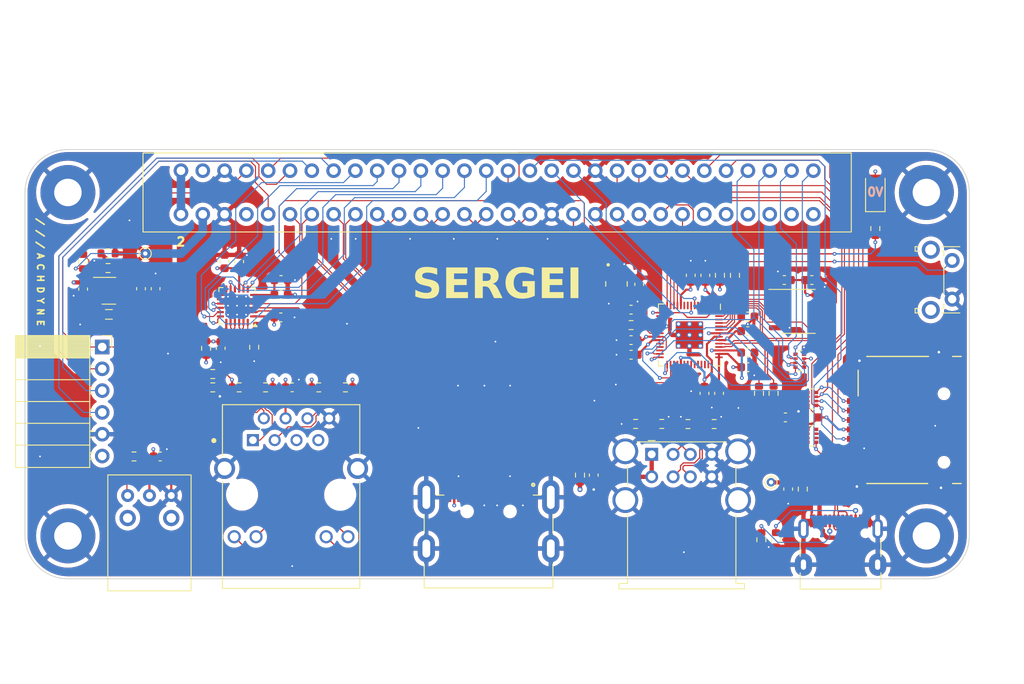
<source format=kicad_pcb>
(kicad_pcb (version 20240108) (generator "pcbnew") (generator_version "8.0")
  (layers (0 "F.Cu" signal) (1 "In1.Cu" signal) (2 "In2.Cu" signal) (31 "B.Cu" signal) (34 "B.Paste" user) (35 "F.Paste" user) (36 "B.SilkS" user "B.Silkscreen") (37 "F.SilkS" user "F.Silkscreen") (38 "B.Mask" user) (39 "F.Mask" user) (44 "Edge.Cuts" user))
  (net 0 "")
  (net 1 "GND")
  (net 2 "/PWR3V3")
  (net 3 "/PWR3V3A")
  (net 4 "/PWR5V0UF")
  (net 5 "/USBRPC_DP")
  (net 6 "/USBRPC_DN")
  (net 7 "/USBRP_DP")
  (net 8 "/USBRP_DN")
  (net 9 "/E_TX_P")
  (net 10 "/E_TX_N")
  (net 11 "/E_RX_P")
  (net 12 "/E_RX_N")
  (net 13 "/LED1")
  (net 14 "/XIN")
  (net 15 "Net-(U1-VDDCR)")
  (net 16 "/SD_MOSI")
  (net 17 "/SD_SS")
  (net 18 "/SD_SCK")
  (net 19 "/SD_MISO")
  (net 20 "Net-(J3-Pad10)")
  (net 21 "Net-(J3-Pad12)")
  (net 22 "/XOUT")
  (net 23 "/RP_QSPI_SS")
  (net 24 "/BOOT")
  (net 25 "/SD_CD")
  (net 26 "/SWCLK")
  (net 27 "/SWD")
  (net 28 "/RP_QSPI_IO3")
  (net 29 "/RP_QSPI_SCK")
  (net 30 "/RP_QSPI_IO0")
  (net 31 "/RP_QSPI_IO2")
  (net 32 "/RP_QSPI_IO1")
  (net 33 "/PWR5V0")
  (net 34 "/PWR1V1")
  (net 35 "/XA")
  (net 36 "/LED_R")
  (net 37 "/UART_TX")
  (net 38 "/DDMI_CK_N")
  (net 39 "/DDMI_CK_P")
  (net 40 "/DDMI_D2_N")
  (net 41 "/DDMI_D2_P")
  (net 42 "/DDMI_D1_N")
  (net 43 "/DDMI_D1_P")
  (net 44 "/DDMI_D0_N")
  (net 45 "/DDMI_D0_P")
  (net 46 "/USBH1_N")
  (net 47 "/USBH1_P")
  (net 48 "/USBH0_N")
  (net 49 "/JTAG_TDO")
  (net 50 "/USBH0_P")
  (net 51 "/JTAG_TMS")
  (net 52 "/UART_RX")
  (net 53 "/JTAG_TDI")
  (net 54 "/JTAG_TCK")
  (net 55 "/SYS_RST_N")
  (net 56 "/SYS_CLK48")
  (net 57 "/SYS_PG")
  (net 58 "/SD_D1")
  (net 59 "/SD_D2")
  (net 60 "Net-(J2-VBUS1)")
  (net 61 "Net-(Y1-OUT{slash}IN)")
  (net 62 "/ETH_CLK50")
  (net 63 "/ETH_RST_N")
  (net 64 "/ETH_CRS_DV")
  (net 65 "/ETH_TXEN")
  (net 66 "/ETH_RX1")
  (net 67 "/ETH_RX0")
  (net 68 "/ETH_TX1")
  (net 69 "/ETH_TX0")
  (net 70 "Net-(U8-FB)")
  (net 71 "Net-(D1-K)")
  (net 73 "Net-(J1-CC1)")
  (net 74 "Net-(J1-CC2)")
  (net 76 "/XB")
  (net 77 "/PWRIO")
  (net 82 "/XC")
  (net 83 "/XD")
  (net 84 "/DS0_P")
  (net 85 "/DS0_N")
  (net 86 "/DS1_P")
  (net 87 "/DS1_N")
  (net 88 "/DS2_P")
  (net 89 "/DS2_N")
  (net 91 "Net-(U8-SW)")
  (net 92 "/LED2")
  (net 93 "Net-(U1-RBIAS)")
  (net 95 "/AUD_OPTICAL")
  (net 118 "/PMOD_A4")
  (net 119 "/PMOD_A2")
  (net 120 "/PMOD_A1")
  (net 121 "/PMOD_A3")
  (footprint "Resistor_SMD:R_0603_1608Metric" (layer "F.Cu") (at 164.65 137.925 90)
    (property "Reference" "FB3" (hide yes))
    (property "Value" "Ferrite_Bead")
  )
  (footprint "Capacitor_SMD:C_0603_1608Metric" (layer "F.Cu") (at 124.95 113.05 90)
    (property "Reference" "C2" (hide yes))
    (property "Value" "100nF")
  )
  (footprint "LED_SMD:LED_1206_3216Metric" (layer "F.Cu") (at 199.05 104.95 90)
    (property "Reference" "D1" (hide yes))
    (property "Value" "LED")
  )
  (footprint "Resistor_SMD:R_0603_1608Metric" (layer "F.Cu") (at 126.7 123.025 90)
    (property "Reference" "R5" (hide yes))
    (property "Value" "12K1")
  )
  (footprint "Resistor_SMD:R_0603_1608Metric" (layer "F.Cu") (at 177.225 131.975 180)
    (property "Reference" "R14" (hide yes))
    (property "Value" "15K")
  )
  (footprint "Resistor_SMD:R_0603_1608Metric" (layer "F.Cu") (at 121.875 127.7 180)
    (property "Reference" "R10" (hide yes))
    (property "Value" "536R")
  )
  (footprint "Resistor_SMD:R_Array_Convex_4x0402" (layer "F.Cu") (at 191.65 129.05 180)
    (property "Reference" "RN1" (hide yes))
    (property "Value" "20K")
  )
  (footprint "Capacitor_SMD:C_0603_1608Metric" (layer "F.Cu") (at 170.6 118.65)
    (property "Reference" "C12" (hide yes))
    (property "Value" "15pF")
  )
  (footprint "Resistor_SMD:R_0603_1608Metric" (layer "F.Cu") (at 185.775 145.45 -90)
    (property "Reference" "R1" (hide yes))
    (property "Value" "5K1")
  )
  (footprint "LD-CONNECTORS:HANRUN_HR911105A" (layer "F.Cu") (at 131 140.2 180)
    (property "Reference" "J3" (hide yes))
    (property "Value" "HR911105A")
  )
  (footprint "Capacitor_SMD:C_0603_1608Metric" (layer "F.Cu") (at 188.45 115.2 180)
    (property "Reference" "C26" (hide yes))
    (property "Value" "1uF")
  )
  (footprint "Capacitor_SMD:C_0603_1608Metric" (layer "F.Cu") (at 188.9 139.55 -90)
    (property "Reference" "C7" (hide yes))
    (property "Value" "4.7uF")
  )
  (footprint "Capacitor_SMD:C_0603_1608Metric" (layer "F.Cu") (at 113.5125 116.2125 90)
    (property "Reference" "C35" (hide yes))
    (property "Value" "10pF")
  )
  (footprint "LD-HDMI:HDMI_TE_1827059-3-FIXED" (layer "F.Cu") (at 154 144.75)
    (property "Reference" "J8" (hide yes))
    (property "Value" "DDMI_A")
  )
  (footprint "Package_SO:SOIC-8_3.9x4.9mm_P1.27mm" (layer "F.Cu") (at 190.1 118.85)
    (property "Reference" "U5" (hide yes))
    (property "Value" "W25Q32JVSS")
  )
  (footprint "Capacitor_SMD:C_0603_1608Metric" (layer "F.Cu") (at 170.6 122.2 180)
    (property "Reference" "C18" (hide yes))
    (property "Value" "100nF")
  )
  (footprint "Resistor_SMD:R_Array_Convex_4x0402" (layer "F.Cu") (at 190.25 124.6)
    (property "Reference" "RN3" (hide yes))
    (property "Value" "4K7")
  )
  (footprint "Capacitor_SMD:C_0603_1608Metric" (layer "F.Cu") (at 184.2 121.15)
    (property "Reference" "C15" (hide yes))
    (property "Value" "100nF")
  )
  (footprint "Resistor_SMD:R_0603_1608Metric" (layer "F.Cu") (at 180.95 114.65 90)
    (property "Reference" "R18" (hide yes))
    (property "Value" "10K")
  )
  (footprint "Capacitor_SMD:C_0603_1608Metric" (layer "F.Cu") (at 191.65 131.2 180)
    (property "Reference" "C33" (hide yes))
    (property "Value" "100nF")
  )
  (footprint "Resistor_SMD:R_0603_1608Metric" (layer "F.Cu") (at 180.275 131.975)
    (property "Reference" "R12" (hide yes))
    (property "Value" "15K")
  )
  (footprint "Resistor_SMD:R_0603_1608Metric" (layer "F.Cu") (at 106.775 113.05 90)
    (property "Reference" "R50" (hide yes))
    (property "Value" "1K5")
  )
  (footprint "Resistor_SMD:R_0603_1608Metric" (layer "F.Cu") (at 109.675 112.1 180)
    (property "Reference" "R51" (hide yes))
    (property "Value" "200K")
  )
  (footprint "LD-MCUS:RP2040-QFN-56-OFFICIAL" (layer "F.Cu") (at 177.4 121.6 -90)
    (property "Reference" "U4" (hide yes))
    (property "Value" "RP2040")
  )
  (footprint "Resistor_SMD:R_0603_1608Metric" (layer "F.Cu") (at 124.95 127.7)
    (property "Reference" "R8" (hide yes))
    (property "Value" "49R9")
  )
  (footprint "Capacitor_SMD:C_0603_1608Metric" (layer "F.Cu") (at 191.65 115.2)
    (property "Reference" "C25" (hide yes))
    (property "Value" "100nF")
  )
  (footprint "Resistor_SMD:R_0603_1608Metric" (layer "F.Cu") (at 137.325 127.7 180)
    (property "Reference" "R7" (hide yes))
    (property "Value" "49R9")
  )
  (footprint "Resistor_SMD:R_0603_1608Metric" (layer "F.Cu") (at 185.5 128.4 90)
    (property "Reference" "R3" (hide yes))
    (property "Value" "27R")
  )
  (footprint "Capacitor_SMD:C_0603_1608Metric" (layer "F.Cu") (at 179.15 128.4 -90)
    (property "Reference" "C20" (hide yes))
    (property "Value" "100nF")
  )
  (footprint "LD-CRYSTALS:XTAL_ECS-240-8-33-AGN-TR" (layer "F.Cu") (at 168.9 115.65 -90)
    (property "Reference" "Y1" (hide yes))
    (property "Value" "ECS-80-12-33-JGN-TR-12MHZ")
  )
  (footprint "Capacitor_SMD:C_0603_1608Metric" (layer "F.Cu") (at 106.775 116.25 -90)
    (property "Reference" "C34" (hide yes))
    (property "Value" "4.7uF")
  )
  (footprint "Resistor_SMD:R_0603_1608Metric" (layer "F.Cu") (at 190.6 139.55 -90)
    (property "Reference" "FB1" (hide yes))
    (property "Value" "Ferrite_Bead")
  )
  (footprint "Capacitor_SMD:C_0603_1608Metric" (layer "F.Cu") (at 129.825 115.2)
    (property "Reference" "C5" (hide yes))
    (property "Value" "1uF")
  )
  (footprint "Resistor_SMD:R_0603_1608Metric" (layer "F.Cu") (at 112.7 135.75)
    (property "Reference" "R13" (hide yes))
    (property "Value" "0R")
  )
  (footprint "LD-CONNECTORS:USB_C_Receptacle_HRO_TYPE-C-31-M-12-BIG-PADS" (layer "F.Cu") (at 195 147.3)
    (property "Reference" "J1" (hide yes))
    (property "Value" "TYPE-C-31-M-12-FIXED")
  )
  (footprint "Capacitor_SMD:C_0603_1608Metric" (layer "F.Cu") (at 188.575 131.2)
    (property "Reference" "C32" (hide yes))
    (property "Value" "10uF")
  )
  (footprint "Capacitor_SMD:C_0603_1608Metric" (layer "F.Cu") (at 115.75 135.75)
    (property "Reference" "C9" (hide yes))
    (property "Value" "100nF")
  )
  (footprint "Package_TO_SOT_SMD:SOT-23-6" (layer "F.Cu") (at 109.775 116.45)
    (property "Reference" "U8" (hide yes))
    (property "Value" "TLV62568DDC")
  )
  (footprint "Resistor_SMD:R_0603_1608Metric" (layer "F.Cu") (at 174.175 131.9625)
    (property "Reference" "R15" (hide yes))
    (property "Value" "15K")
  )
  (footprint "Resistor_SMD:R_0603_1608Metric" (layer "F.Cu") (at 199.05 109.2 -90)
    (property "Reference" "R39" (hide yes))
    (property "Value" "536R")
  )
  (footprint "Capacitor_SMD:C_0603_1608Metric" (layer "F.Cu") (at 122.8 123.15 -90)
    (property "Reference" "C6" (hide yes))
    (property "Value" "100nF")
  )
  (footprint "Inductor_SMD:L_0805_2012Metric" (layer "F.Cu") (at 109.775 119.2)
    (property "Reference" "L1" (hide yes))
    (property "Value" "INDUCTOR")
  )
  (footprint "Capacitor_SMD:C_0603_1608Metric" (layer "F.Cu") (at 123.25 113.05 90)
    (property "Reference" "C1" (hide yes))
    (property "Value" "1uF")
  )
  (footprint "Capacitor_SMD:C_0603_1608Metric" (layer "F.Cu") (at 184.2 119.45)
    (property "Reference" "C17" (hide yes))
    (property "Value" "100nF")
  )
  (footprint "Capacitor_SMD:C_0603_1608Metric" (layer "F.Cu") (at 177.55 114.65 90)
    (property "Reference" "C16" (hide yes))
    (property "Value" "100nF")
  )
  (footprint "Resistor_SMD:R_0603_1608Metric" (layer "F.Cu") (at 182.7 114.65 -90)
    (property "Reference" "R19" (hide yes))
    (property "Value" "1K")
  )
  (footprint "Resistor_SMD:R_0603_1608Metric" (layer "F.Cu") (at 128.025 127.7 180)
    (property "Reference" "R9" (hide yes))
    (property "Value" "49R9")
  )
  (footprint "MountingHole:MountingHole_3.2mm_M3_Pad" (layer "F.Cu") (at 205 105)
    (property "Reference" "H2" (hide yes))
    (property "Value" "MountingHole_Pad")
  )
  (footprint "Resistor_SMD:R_0603_1608Metric" (layer "F.Cu") (at 187.475 145.45 -90)
    (property "Reference" "R4" (hide yes))
    (property "Value" "5K1")
  )
  (footprint "Resistor_SMD:R_0603_1608Metric" (layer "F.Cu") (at 121.1 123.15 -90)
    (property "Reference" "FB2" (hide yes))
    (property "Value" "FerriteBead_Small")
  )
  (footprint "Capacitor_SMD:C_0603_1608Metric" (layer "F.Cu") (at 184.2 123.65)
    (property "Reference" "C21" (hide yes))
    (property "Value" "1uF")
  )
  (footprint "Package_DFN_QFN:QFN-24-1EP_4x4mm_P0.5mm_EP2.6x2.6mm_ThermalVias" (layer "F.Cu") (at 124.7 118.1875 180)
    (property "Reference" "U1" (hide yes))
    (property "Value" "LAN8720A")
  )
  (footprint "Capacitor_SMD:C_0603_1608Metric" (layer "F.Cu") (at 115.2125 116.2125 90)
    (property "Reference" "C36" (hide yes))
    (property "Value" "10uF")
  )
  (footprint "MountingHole:MountingHole_3.2mm_M3_Pad" (layer "F.Cu") (at 105 105)
    (property "Reference" "H1" (hide yes))
    (property "Value" "MountingHole_Pad")
  )
  (footprint "Capacitor_SMD:C_0603_1608Metric" (layer "F.Cu") (at 129.825 116.9)
    (property "Reference" "C3" (hide yes))
    (property "Value" "470pF")
  )
  (footprint "Resistor_SMD:R_0603_1608Metric" (layer "F.Cu") (at 134.225 127.7)
    (property "Reference" "R6" (hide yes))
    (property "Value" "49R9")
  )
  (footprint "MountingHole:MountingHole_3.2mm_M3_Pad" (layer "F.Cu") (at 105 145)
    (property "Reference" "H3" (hide yes))
    (property "Value" "MountingHole_Pad")
  )
  (footprint "Capacitor_SMD:C_0603_1608Metric" (layer "F.Cu") (at 180.85 128.4 -90)
    (property "Reference" "C22" (hide yes))
    (property "Value" "100nF")
  )
  (footprint "Resistor_SMD:R_0603_1608Metric" (layer "F.Cu") (at 187.2 128.4 90)
    (property "Reference" "R2" (hide yes))
    (property "Value" "27R")
  )
  (footprint "LD-CONNECTORS:ZGY133" (layer "F.Cu") (at 114.5 149.1)
    (property "Reference" "J5" (hide yes))
    (property "Value" "~")
  )
  (footprint "Resistor_SMD:R_0603_1608Metric" (layer "F.Cu") (at 171.125 131.9625 180)
    (property "Reference" "R16" (hide yes))
    (property "Value" "15K")
  )
  (footprint "Capacitor_SMD:C_0603_1608Metric" (layer "F.Cu") (at 170.6 123.9 180)
    (property "Reference" "C19" (hide yes))
    (property "Value" "100nF")
  )
  (footprint "Button_Switch_THT:SW_Tactile_SPST_Angled_PTS645Vx39-2LFS" (layer "F.Cu") (at 208 112.925 -90)
    (property "Reference" "SW2" (hide yes))
    (property "Value" "BOOT")
  )
  (footprint "Resistor_SMD:R_0603_1608Metric" (layer "F.Cu") (at 109.675 113.8 180)
    (property "Reference" "R52" (hide yes))
    (property "Value" "44K2")
  )
  (footprint "Resistor_SMD:R_0603_1608Metric" (layer "F.Cu") (at 170.6 120.45)
    (property "Reference" "R17" (hide yes))
    (property "Value" "1K")
  )
  (footprint "Capacitor_SMD:C_0603_1608Metric" (layer "F.Cu") (at 129.8 119.55)
    (property "Reference" "C4" (hide yes))
    (property "Value" "100nF")
  )
  (footprint "LD-EDGE:MACHDYNE_EDGE_SOCKET_60P" (layer "F.Cu") (at 155 105 90)
    (property "Reference" "U2" (hide yes))
    (property "Value" "MACHDYNE-MODULE-60P")
  )
  (footprint "Capacitor_SMD:C_0603_1608Metric" (layer "F.Cu") (at 166.25 137.925 -90)
    (property "Reference" "C10" (hide yes))
    (property "Value" "4.7uF")
  )
  (footprint "Capacitor_SMD:C_0603_1608Metric" (layer "F.Cu") (at 131.125 127.7)
    (property "Reference" "C8" (hide yes))
    (property "Value" "22nF")
  )
  (footprint "LD-SDCARD:SDCARD" (layer "F.Cu") (at 207.05 131.5 90)
    (property "Reference" "J4" (hide yes))
    (property "Value" "MICROSD")
  )
  (footprint "Connector_PinSocket_2.54mm:PinSocket_1x06_P2.54mm_Horizontal" (layer "F.Cu") (at 109 123)
    (property "Reference" "J6" (hide yes))
    (property "Value" "Conn_01x06_Socket")
  )
  (footprint "Capacitor_SMD:C_0603_1608Metric" (layer "F.Cu") (at 184.2 125.35)
    (property "Reference" "C13" (hide yes))
    (property "Value" "1uF")
  )
  (footprint "Capacitor_SMD:C_0603_1608Metric" (layer "F.Cu") (at 171.55 115.7 -90)
    (property "Reference" "C11" (hide yes))
    (property "Value" "15pF")
  )
  (footprint "TestPoint:TestPoint_THTPad_D1.0mm_Drill0.5mm" (layer "F.Cu") (at 186.9 138.75)
    (property "Reference" "TP1" (hide yes))
    (property "Value" "TP_PWR5V0")
  )
  (footprint "TestPoint:TestPoint_THTPad_D1.0mm_Drill0.5mm" (layer "F.Cu") (at 114.0125 112.1125)
    (property "Reference" "TP2" (hide yes))
    (property "Value" "TP_PWR3V3")
  )
  (footprint "Resistor_SMD:R_Array_Convex_4x0402" (layer "F.Cu") (at 191.65 133.35 180)
    (property "Reference" "RN2" (hide yes))
    (property "Value" "20K")
  )
  (footprint "Resistor_SMD:R_0603_1608Metric" (layer "F.Cu") (at 121.875 126.15 180)
    (property "Reference" "R11" (hide yes))
    (property "Value" "536R")
  )
  (footprint "Capacitor_SMD:C_0603_1608Metric" (layer "F.Cu") (at 179.25 114.65 90)
    (property "Reference" "C14" (hide yes))
    (property "Value" "100nF")
  )
  (footprint "Connector_USB:USB_A_Wuerth_61400826021_Horizontal_Stacked" (layer "F.Cu") (at 173 135.5)
    (property "Reference" "J2" (hide yes))
    (property "Value" "USB_A_Stacked")
  )
  (footprint "MountingHole:MountingHole_3.2mm_M3_Pad" (layer "F.Cu") (at 205 145)
    (property "Reference" "H4" (hide yes))
    (property "Value" "MountingHole_Pad")
  )
  (gr_arc (start 205 100) (mid 208.535534 101.464466) (end 210 105) (stroke (width 0.1)) (layer "Edge.Cuts"))
  (gr_arc (start 210 145) (mid 208.535534 148.535534) (end 205 150) (stroke (width 0.1)) (layer "Edge.Cuts"))
  (gr_arc (start 100 105) (mid 101.464466 101.464466) (end 105 100) (stroke (width 0.1)) (layer "Edge.Cuts"))
  (gr_line (start 210 105) (end 210 145) (stroke (width 0.1)) (layer "Edge.Cuts"))
  (gr_line (start 205 150) (end 105 150) (stroke (width 0.1)) (layer "Edge.Cuts"))
  (gr_arc (start 105 150) (mid 101.464466 148.535534) (end 100 145) (stroke (width 0.1)) (layer "Edge.Cuts"))
  (gr_line (start 100 145) (end 100 105) (stroke (width 0.1)) (layer "Edge.Cuts"))
  (gr_line (start 105 100) (end 205 100) (stroke (width 0.1)) (layer "Edge.Cuts"))
  (gr_text "V0" (at 199.05 104.95 0) (layer "B.SilkS") (effects (font (size 1 1) (thickness 0.25) (bold yes)) (justify mirror)))
  (gr_text "SERGEI" (at 155 115.85 0) (layer "F.SilkS") (effects (font (size 3.5 3.5) (thickness 0.4) (bold yes))))
  (gr_text "2" (at 118.15 110.75 0) (layer "F.SilkS") (effects (font (size 1 1) (thickness 0.25))))
  (gr_text "/ / / A C H D Y N E" (at 101.8 114.275 -90) (layer "F.SilkS") (effects (font (size 0.75 0.75) (thickness 0.1875))))
  (segment (start 184.975 121.125) (end 184.2 120.35) (width 0.25) (layer "F.Cu") (net 1))
  (segment (start 177.55 113.875) (end 177.55 112.95) (width 0.25) (layer "F.Cu") (net 1))
  (segment (start 117.04 140.3) (end 117.04 136.265) (width 0.25) (layer "F.Cu") (net 1))
  (segment (start 124.95 112.275) (end 125.825 112.275) (width 0.25) (layer "F.Cu") (net 1))
  (segment (start 187.625 120.755) (end 189.045 120.755) (width 0.125) (layer "F.Cu") (net 1))
  (segment (start 122.7 127.7) (end 122.7 128.75) (width 0.15) (layer "F.Cu") (net 1))
  (segment (start 130.575 119.55) (end 131.4 119.55) (width 0.125) (layer "F.Cu") (net 1))
  (segment (start 198.405 143.255) (end 199.32 144.17) (width 0.5) (layer "F.Cu") (net 1))
  (segment (start 180.85 129.175) (end 180.85 129.2) (width 0.5) (layer "F.Cu") (net 1))
  (segment (start 190.875 131.2) (end 190.8 131.2) (width 0.25) (layer "F.Cu") (net 1))
  (segment (start 108.075 113.025) (end 108.85 113.8) (width 0.5) (layer "F.Cu") (net 1))
  (segment (start 175 131.9625) (end 175 131.15) (width 0.125) (layer "F.Cu") (net 1))
  (segment (start 189.045 120.755) (end 189.05 120.75) (width 0.125) (layer "F.Cu") (net 1))
  (segment (start 190.8 131.2) (end 190.1 130.5) (width 0.25) (layer "F.Cu") (net 1))
  (segment (start 187.675 114.225) (end 187.7 114.2) (width 0.25) (layer "F.Cu") (net 1))
  (segment (start 184.975 119.45) (end 184.975 119.575) (width 0.25) (layer "F.Cu") (net 1))
  (segment (start 192.425 115.275) (end 193.15 116) (width 0.25) (layer "F.Cu") (net 1))
  (segment (start 191.595 143.255) (end 190.68 144.17) (width 0.5) (layer "F.Cu") (net 1))
  (segment (start 166.25 138.7) (end 166.25 139.6) (width 0.5) (layer "F.Cu") (net 1))
  (segment (start 181.1 131.975) (end 181.1 131.125) (width 0.125) (layer "F.Cu") (net 1))
  (segment (start 171.35 117.7) (end 171.35 118.625) (width 0.25) (layer "F.Cu") (net 1))
  (segment (start 184.975 119.575) (end 184.2 120.35) (width 0.25) (layer "F.Cu") (net 1))
  (segment (start 186.625 146.3) (end 187.45 146.3) (width 0.125) (layer "F.Cu") (net 1))
  (segment (start 125.825 112.275) (end 125.85 112.3) (width 0.25) (layer "F.Cu") (net 1))
  (segment (start 150.5 139.75) (end 150.5 138.05) (width 0.25) (layer "F.Cu") (net 1))
  (segment (start 108.075 112.95) (end 108.075 113.025) (width 0.5) (layer "F.Cu") (net 1))
  (segment (start 190.75 123.85) (end 190.75 123.05) (width 0.15) (layer "F.Cu") (net 1))
  (segment (start 176.4 131.975) (end 176.4 131.125) (width 0.125) (layer "F.Cu") (net 1))
  (segment (start 122.8 123.925) (end 122.8 124.775) (width 0.25) (layer "F.Cu") (net 1))
  (segment (start 158 139.75) (end 158 141.45) (width 0.25) (layer "F.Cu") (net 1))
  (segment (start 170.225 114.925) (end 169.8 114.5) (width 0.25) (layer "F.Cu") (net 1))
  (segment (start 153.5 139.75) (end 153.5 141.45) (width 0.25) (layer "F.Cu") (net 1))
  (segment (start 115.2125 115.4375) (end 115.2125 114.4375) (width 0.5) (layer "F.Cu") (net 1))
  (segment (start 184.95 125.375) (end 184.975 125.35) (width 0.5) (layer "F.Cu") (net 1))
  (segment (start 130.6 115.2) (end 131.45 115.2) (width 0.25) (layer "F.Cu") (net 1))
  (segment (start 126.7 123.85) (end 126.7 124.65) (width 0.25) (layer "F.Cu") (net 1))
  (segment (start 184.975 125.35) (end 184.975 123.65) (width 0.5) (layer "F.Cu") (net 1))
  (segment (start 108.6375 116.45) (end 107.35 116.45) (width 0.5) (layer "F.Cu") (net 1))
  (segment (start 169.8 114.5) (end 169.8 113.35) (width 0.25) (layer "F.Cu") (net 1))
  (segment (start 169.825 122.2) (end 168.9 122.2) (width 0.25) (layer "F.Cu") (net 1))
  (segment (start 186.625 146.3) (end 185.8 146.3) (width 0.125) (layer "F.Cu") (net 1))
  (segment (start 170.3 131.9625) (end 169.5 131.9625) (width 0.125) (layer "F.Cu") (net 1))
  (segment (start 168 116.8) (end 168 117.95) (width 0.25) (layer "F.Cu") (net 1))
  (segment (start 184.975 121.15) (end 184.975 121.125) (width 0.25) (layer "F.Cu") (net 1))
  (segment (start 188.9 140.325) (end 188.9 141.25) (width 0.5) (layer "F.Cu") (net 1))
  (segment (start 171.35 118.625) (end 171.375 118.65) (width 0.25) (layer "F.Cu") (net 1))
  (segment (start 107.35 116.45) (end 106.775 117.025) (width 0.5) (layer "F.Cu") (net 1))
  (segment (start 171.55 114.925) (end 170.225 114.925) (width 0.25) (layer "F.Cu") (net 1))
  (segment (start 187.675 115.2) (end 187.675 114.225) (width 0.25) (layer "F.Cu") (net 1))
  (segment (start 117.04 136.265) (end 116.525 135.75) (width 0.25) (layer "F.Cu") (net 1))
  (segment (start 191.75 143.255) (end 191.595 143.255) (width 0.5) (layer "F.Cu") (net 1))
  (segment (start 187.45 146.3) (end 187.475 146.275) (width 0.125) (layer "F.Cu") (net 1))
  (segment (start 156.5 139.75) (end 156.5 138.05) (width 0.25) (layer "F.Cu") (net 1))
  (segment (start 169.825 123.9) (end 168.9 123.9) (width 0.25) (layer "F.Cu") (net 1))
  (segment (start 175 131.15) (end 174.975 131.125) (width 0.125) (layer "F.Cu") (net 1))
  (segment (start 189.35 131.2) (end 189.4 131.2) (width 0.25) (layer "F.Cu") (net 1))
  (segment (start 131.9 127.7) (end 131.9 126.8) (width 0.25) (layer "F.Cu") (net 1))
  (segment (start 179.25 113.875) (end 179.25 112.95) (width 0.25) (layer "F.Cu") (net 1))
  (segment (start 105.6625 117.025) (end 106.775 117.025) (width 0.5) (layer "F.Cu") (net 1))
  (segment (start 179.15 129.175) (end 179.15 129.2) (width 0.5) (layer "F.Cu") (net 1))
  (segment (start 196.55 134.8) (end 197.75 134.8) (width 0.25) (layer "F.Cu") (net 1))
  (segment (start 155 139.75) (end 155 141.45) (width 0.25) (layer "F.Cu") (net 1))
  (segment (start 184.95 126.3) (end 184.95 125.375) (width 0.5) (layer "F.Cu") (net 1))
  (segment (start 192.425 115.2) (end 192.425 115.275) (width 0.25) (layer "F.Cu") (net 1))
  (segment (start 198.25 143.255) (end 198.405 143.255) (width 0.5) (layer "F.Cu") (net 1))
  (segment (start 185.8 146.3) (end 185.775 146.275) (width 0.125) (layer "F.Cu") (net 1))
  (segment (start 173.9625 120.6) (end 174.75 120.6) (width 0.25) (layer "F.Cu") (net 1))
  (segment (start 130.6 116.9) (end 131.45 116.9) (width 0.25) (layer "F.Cu") (net 1))
  (segment (start 123.25 112.275) (end 124.95 112.275) (width 0.25) (layer "F.Cu") (net 1))
  (segment (start 189.4 131.2) (end 190.1 130.5) (width 0.25) (layer "F.Cu") (net 1))
  (segment (start 180.85 129.2) (end 180 130.05) (width 0.5) (layer "F.Cu") (net 1))
  (segment (start 179.15 129.2) (end 180 130.05) (width 0.5) (layer "F.Cu") (net 1))
  (via (at 131.4 119.55) (size 0.45) (drill 0.2) (layers "F.Cu" "B.Cu") (net 1))
  (via (at 181.1 131.125) (size 0.45) (drill 0.2) (layers "F.Cu" "B.Cu") (net 1))
  (via (at 154.8 122.375) (size 0.45) (drill 0.2) (layers "F.Cu" "B.Cu") (net 1))
  (via (at 131.9 126.8) (size 0.45) (drill 0.2) (layers "F.Cu" "B.Cu") (net 1))
  (via (at 189.05 120.75) (size 0.45) (drill 0.2) (layers "F.Cu" "B.Cu") (net 1))
  (via (at 168.825 127.375) (size 0.45) (drill 0.2) (layers "F.Cu" "B.Cu") (net 1))
  (via (at 186.625 146.3) (size 0.45) (drill 0.2) (layers "F.Cu" "B.Cu") (net 1))
  (via (at 116.66 123.77) (size 0.45) (drill 0.2) (layers "F.Cu" "B.Cu") (net 1))
  (via (at 177.6 128.15) (size 0.45) (drill 0.2) (layers "F.Cu" "B.Cu") (net 1))
  (via (at 193.15 116) (size 0.45) (drill 0.2) (layers "F.Cu" "B.Cu") (net 1))
  (via (at 125.85 112.3) (size 0.45) (drill 0.2) (layers "F.Cu" "B.Cu") (net 1))
  (via (at 184.2 120.35) (size 0.45) (drill 0.2) (layers "F.Cu" "B.Cu") (net 1))
  (via (at 169.5 131.9625) (size 0.45) (drill 0.2) (layers "F.Cu" "B.Cu") (net 1))
  (via (at 196.9 139.25) (size 0.6) (drill 0.3) (layers "F.Cu" "B.Cu") (net 1))
  (via (at 168 117.95) (size 0.45) (drill 0.2) (layers "F.Cu" "B.Cu") (net 1))
  (via (at 206.7 139.4) (size 0.6) (drill 0.3) (layers "F.Cu" "B.Cu") (net 1))
  (via (at 131.125 148.525) (size 0.45) (drill 0.2) (layers "F.Cu" "B.Cu") (net 1))
  (via (at 101.75 122.9) (size 0.45) (drill 0.2) (layers "F.Cu" "B.Cu") (net 1))
  (via (at 106.425 120.375) (size 0.45) (drill 0.2) (layers "F.Cu" "B.Cu") (net 1))
  (via (at 190.1 130.5) (size 0.6) (drill 0.3) (layers "F.Cu" "B.Cu") (net 1))
  (via (at 160.875 110.4) (size 0.45) (drill 0.2) (layers "F.Cu" "B.Cu") (net 1))
  (via (at 137.51 120.29) (size 0.45) (drill 0.2) (layers "F.Cu" "B.Cu") (net 1))
  (via (at 171.35 117.7) (size 0.45) (drill 0.2) (layers "F.Cu" "B.Cu") (net 1))
  (via (at 116.525 134.9) (size 0.45) (drill 0.2) (layers "F.Cu" "B.Cu") (net 1))
  (via (at 105.6625 117.025) (size 0.45) (drill 0.2) (layers "F.Cu" "B.Cu") (net 1))
  (via (at 187.7 114.2) (size 0.45) (drill 0.2) (layers "F.Cu" "B.Cu") (net 1))
  (via (at 153.5 141.45) (size 0.45) (drill 0.2) (layers "F.Cu" "B.Cu") (net 1))
  (via (at 206.45 123.6) (size 0.6) (drill 0.3) (layers "F.Cu" "B.Cu") (net 1))
  (via (at 197.2 124.6) (size 0.6) (drill 0.3) (layers "F.Cu" "B.Cu") (net 1))
  (via (at 174.975 131.125) (size 0.45) (drill 0.2) (layers "F.Cu" "B.Cu") (net 1))
  (via (at 168.9 122.2) (size 0.45) (drill 0.2) (layers "F.Cu" "B.Cu") (net 1))
  (via (at 150.5 138.05) (size 0.45) (drill 0.2) (layers "F.Cu" "B.Cu") (net 1))
  (via (at 145.825 132.425) (size 0.45) (drill 0.2) (layers "F.Cu" "B.Cu") (net 1))
  (via (at 155.025 110.4) (size 0.45) (drill 0.2) (layers "F.Cu" "B.Cu") (net 1))
  (via (at 155 141.45) (size 0.45) (drill 0.2) (layers "F.Cu" "B.Cu") (net 1))
  (via (at 112.175 108.25) (size 0.45) (drill 0.2) (layers "F.Cu" "B.Cu") (net 1))
  (via (at 135.68 110.4) (size 0.45) (drill 0.2) (layers "F.Cu" "B.Cu") (net 1))
  (via (at 180 130.05) (size 0.45) (drill 0.2) (layers "F.Cu" "B.Cu") (net 1))
  (via (at 169.8 113.35) (size 0.45) (drill 0.2) (layers "F.Cu" "B.Cu") (net 1))
  (via (at 144.86 110.4) (size 0.45) (drill 0.2) (layers "F.Cu" "B.Cu") (net 1))
  (via (at 149.95 110.4) (size 0.45) (drill 0.2) (layers "F.Cu" "B.Cu") (net 1))
  (via (at 108.075 112.95) (size 0.45) (drill 0.2) (layers "F.Cu" "B.Cu") (net 1))
  (via (at 101.75 135.75) (size 0.45) (drill 0.2) (layers "F.Cu" "B.Cu") (net 1))
  (via (at 176.4 131.125) (size 0.45) (drill 0.2) (layers "F.Cu" "B.Cu") (net 1))
  (via (at 138.52 110.4) (size 0.45) (drill 0.2) (layers "F.Cu" "B.Cu") (net 1))
  (via (at 183.1 130.1) (size 0.45) (drill 0.2) (layers "F.Cu" "B.Cu") (net 1))
  (via (at 131.45 116.9) (size 0.45) (drill 0.2) (layers "F.Cu" "B.Cu") (net 1))
  (via (at 179.25 112.95) (size 0.45) (drill 0.2) (layers "F.Cu" "B.Cu") (net 1))
  (via (at 126.7 124.65) (size 0.45) (drill 0.2) (layers "F.Cu" "B.Cu") (net 1))
  (via (at 190.75 123.05) (size 0.45) (drill 0.2) (layers "F.Cu" "B.Cu") (net 1))
  (via (at 122.8 124.775) (size 0.45) (drill 0.2) (layers "F.Cu" "B.Cu") (net 1))
  (via (at 177.55 112.95) (size 0.45) (drill 0.2) (layers "F.Cu" "B.Cu") (net 1))
  (via (at 176.75 146.9) (size 0.45) (drill 0.2) (layers "F.Cu" "B.Cu") (net 1))
  (via (at 174.75 120.6) (size 0.45) (drill 0.2) (layers "F.Cu" "B.Cu") (net 1))
  (via (at 197.75 134.8) (size 0.45) (drill 0.2) (layers "F.Cu" "B.Cu") (net 1))
  (via (at 166.25 139.6) (size 0.6) (drill 0.3) (layers "F.Cu" "B.Cu") (net 1))
  (via (at 115.2125 114.4375) (size 0.45) (drill 0.2) (layers "F.Cu" "B.Cu") (net 1))
  (via (at 122.7 128.75) (size 0.6) (drill 0.3) (layers "F.Cu" "B.Cu") (net 1))
  (via (at 206.025 132.175) (size 0.45) (drill 0.2) (layers "F.Cu" "B.Cu") (net 1))
  (via (at 166.325 129.25) (size 0.45) (drill 0.2) (layers "F.Cu" "B.Cu") (net 1))
  (via (at 184.95 126.3) (size 0.45) (drill 0.2) (layers "F.Cu" "B.Cu") (net 1))
  (via (at 168.9 123.9) (size 0.45) (drill 0.2) (layers "F.Cu" "B.Cu") (net 1))
  (via (at 188.9 141.25) (size 0.45) (drill 0.2) (layers "F.Cu" "B.Cu") (net 1))
  (via (at 153.51 127.5) (size 0.45) (drill 0.2) (layers "F.Cu" "B.Cu") (net 1))
  (via (at 156.51 127.5) (size 0.45) (drill 0.2) (layers "F.Cu" "B.Cu") (net 1))
  (via (at 158 141.45) (size 0.45) (drill 0.2) (layers "F.Cu" "B.Cu") (net 1))
  (via (at 156.5 138.05) (size 0.45) (drill 0.2) (layers "F.Cu" "B.Cu") (net 1))
  (via (at 150.44 127.5) (size 0.45) (drill 0.2) (layers "F.Cu" "B.Cu") (net 1))
  (via (at 131.45 115.2) (size 0.45) (drill 0.2) (layers "F.Cu" "B.Cu") (net 1))
  (segment (start 191.675 131.95) (end 191.675 132.075) (width 0.125) (layer "F.Cu") (net 2))
  (segment (start 121.1 123.975) (end 121.1 124.8) (width 0.25) (layer "F.Cu") (net 2))
  (segment (start 191.15 129.8) (end 191.15 129.925) (width 0.125) (layer "F.Cu") (net 2))
  (segment (start 191.15 129.8) (end 191.15 129.3) (width 0.125) (layer "F.Cu") (net 2))
  (segment (start 105.9125 113.8625) (end 106.7625 113.8625) (width 0.125) (layer "F.Cu") (net 2))
  (segment (start 181.6 122.2) (end 181.8 122) (width 0.25) (layer "F.Cu") (net 2))
  (segment (start 181.95 122) (end 181.8 122) (width 0.25) (layer "F.Cu") (net 2))
  (segment (start 191.15 129.3) (end 191.15 128.8) (width 0.125) (layer "F.Cu") (net 2))
  (segment (start 180.8375 122.2) (end 181.6 122.2) (width 0.25) (layer "F.Cu") (net 2))
  (segment (start 191.15 133.1) (end 191.15 133.6) (width 0.125) (layer "F.Cu") (net 2))
  (segment (start 182.8 121.15) (end 181.95 122) (width 0.25) (layer "F.Cu") (net 2))
  (segment (start 192.425 131.2) (end 193.35 131.2) (width 0.25) (layer "F.Cu") (net 2))
  (segment (start 114.975 135.75) (end 114.975 134.925) (width 0.25) (layer "F.Cu") (net 2))
  (segment (start 191.15 128.8) (end 191.15 128.3) (width 0.125) (layer "F.Cu") (net 2))
  (segment (start 191.15 129.925) (end 192.425 131.2) (width 0.125) (layer "F.Cu") (net 2))
  (segment (start 114.5 136.225) (end 114.975 135.75) (width 0.25) (layer "F.Cu") (net 2))
  (segment (start 106.7625 113.8625) (end 106.775 113.875) (width 0.125) (layer "F.Cu") (net 2))
  (segment (start 191.675 132.075) (end 191.15 132.6) (width 0.125) (layer "F.Cu") (net 2))
  (segment (start 183.425 121.15) (end 182.8 121.15) (width 0.25) (layer "F.Cu") (net 2))
  (segment (start 191.15 133.6) (end 191.15 134.1) (width 0.125) (layer "F.Cu") (net 2))
  (segment (start 114.975 134.925) (end 114.95 134.9) (width 0.25) (layer "F.Cu") (net 2))
  (segment (start 187.8 131.2) (end 188.55 131.95) (width 0.25) (layer "F.Cu") (net 2))
  (segment (start 114.5 140.3) (end 114.5 136.225) (width 0.25) (layer "F.Cu") (net 2))
  (segment (start 196.55 132.6) (end 195.35 132.6) (width 0.25) (layer "F.Cu") (net 2))
  (segment (start 191.15 132.6) (end 191.15 133.1) (width 0.125) (layer "F.Cu") (net 2))
  (segment (start 191.675 131.95) (end 192.425 131.2) (width 0.25) (layer "F.Cu") (net 2))
  (segment (start 188.55 131.95) (end 191.675 131.95) (width 0.25) (layer "F.Cu") (net 2))
  (via (at 181.8 122) (size 0.45) (drill 0.2) (layers "F.Cu" "B.Cu") (net 2))
  (via (at 183.5 126.6) (size 0.45) (drill 0.2) (layers "F.Cu" "B.Cu") (net 2))
  (via (at 121.1 124.8) (size 0.45) (drill 0.2) (layers "F.Cu" "B.Cu") (net 2))
  (via (at 193.35 131.2) (size 0.45) (drill 0.2) (layers "F.Cu" "B.Cu") (net 2))
  (via (at 105.9125 113.8625) (size 0.45) (drill 0.2) (layers "F.Cu" "B.Cu") (net 2))
  (via (at 195.35 132.6) (size 0.45) (drill 0.2) (layers "F.Cu" "B.Cu") (net 2))
  (via (at 114.95 134.9) (size 0.45) (drill 0.2) (layers "F.Cu" "B.Cu") (net 2))
  (segment (start 107.6625 112.1125) (end 114.0125 112.1125) (width 0.125) (layer "B.Cu") (net 2))
  (segment (start 105.9125 113.8625) (end 107.6625 112.1125) (width 0.125) (layer "B.Cu") (net 2))
  (segment (start 183.5 123.7) (end 181.8 122) (width 0.25) (layer "B.Cu") (net 2))
  (segment (start 193.35 131.2) (end 194.75 132.6) (width 0.25) (layer "B.Cu") (net 2))
  (segment (start 114.0125 112.1125) (end 118.1875 112.1125) (width 1) (layer "B.Cu") (net 2))
  (segment (start 194.75 132.6) (end 195.35 132.6) (width 0.25) (layer "B.Cu") (net 2))
  (segment (start 183.5 126.6) (end 183.5 123.7) (width 0.25) (layer "B.Cu") (net 2))
  (segment (start 118.1875 112.1125) (end 120.71 109.59) (width 1) (layer "B.Cu") (net 2))
  (segment (start 183.5 126.65) (end 183.5 126.6) (width 0.25) (layer "B.Cu") (net 2))
  (segment (start 120.71 109.59) (end 120.71 107.54) (width 1) (layer "B.Cu") (net 2))
  (segment (start 128.9125 119.4375) (end 129.025 119.55) (width 0.25) (layer "F.Cu") (net 3))
  (segment (start 130.35 127.7) (end 130.35 126.8) (width 0.25) (layer "F.Cu") (net 3))
  (segment (start 123.45 120.125) (end 123.45 120.8) (width 0.25) (layer "F.Cu") (net 3))
  (segment (start 124.125 126.825) (end 124.1 126.8) (width 0.25) (layer "F.Cu") (net 3))
  (segment (start 138.15 127.7) (end 138.15 126.8) (width 0.25) (layer "F.Cu") (net 3))
  (segment (start 133.4 127.7) (end 133.4 126.8) (width 0.25) (layer "F.Cu") (net 3))
  (segment (start 123.45 120.8) (end 122.8 121.45) (width 0.25) (layer "F.Cu") (net 3))
  (segment (start 121.125 122.35) (end 121.1 122.325) (width 0.25) (layer "F.Cu") (net 3))
  (segment (start 121.975 122.375) (end 121.95 122.35) (width 0.25) (layer "F.Cu") (net 3))
  (segment (start 122.75 122.325) (end 122.8 122.375) (width 0.25) (layer "F.Cu") (net 3))
  (segment (start 129.025 120.4) (end 129.025 119.55) (width 0.25) (layer "F.Cu") (net 3))
  (segment (start 128.85 127.7) (end 128.85 126.8) (width 0.25) (layer "F.Cu") (net 3))
  (segment (start 122.8 121.45) (end 122.8 122.375) (width 0.25) (layer "F.Cu") (net 3))
  (segment (start 123.45 126.15) (end 124.1 126.8) (width 0.15) (layer "F.Cu") (net 3))
  (segment (start 130.35 131.3) (end 130.36 131.31) (width 0.25) (layer "F.Cu") (net 3))
  (segment (start 124.125 127.7) (end 124.125 126.825) (width 0.25) (layer "F.Cu") (net 3))
  (segment (start 122.7 126.15) (end 123.45 126.15) (width 0.15) (layer "F.Cu") (net 3))
  (segment (start 122.8 122.375) (end 121.975 122.375) (width 0.25) (layer "F.Cu") (net 3))
  (segment (start 126.6375 119.4375) (end 128.9125 119.4375) (width 0.25) (layer "F.Cu") (net 3))
  (segment (start 130.35 127.7) (end 130.35 131.3) (width 0.25) (layer "F.Cu") (net 3))
  (segment (start 121.95 122.35) (end 121.125 122.35) (width 0.25) (layer "F.Cu") (net 3))
  (via (at 128.85 126.8) (size 0.45) (drill 0.2) (layers "F.Cu" "B.Cu") (net 3))
  (via (at 121.95 122.35) (size 0.45) (drill 0.2) (layers "F.Cu" "B.Cu") (net 3))
  (via (at 130.35 126.8) (size 0.45) (drill 0.2) (layers "F.Cu" "B.Cu") (net 3))
  (via (at 124.1 126.8) (size 0.45) (drill 0.2) (layers "F.Cu" "B.Cu") (net 3))
  (via (at 138.15 126.8) (size 0.45) (drill 0.2) (layers "F.Cu" "B.Cu") (net 3))
  (via (at 133.4 126.8) (size 0.45) (drill 0.2) (layers "F.Cu" "B.Cu") (net 3))
  (via (at 129.025 120.4) (size 0.45) (drill 0.2) (layers "F.Cu" "B.Cu") (net 3))
  (segment (start 193.435197 145.21) (end 196.213274 145.21) (width 0.5) (layer "F.Cu") (net 4))
  (segment (start 197.45 143.973274) (end 197.45 143.255) (width 0.5) (layer "F.Cu") (net 4))
  (segment (start 192.55 143.255) (end 192.55 143.973274) (width 0.5) (layer "F.Cu") (net 4))
  (segment (start 191.775 140.375) (end 190.6 140.375) (width 0.5) (layer "F.Cu") (net 4))
  (segment (start 196.213274 145.21) (end 197.45 143.973274) (width 0.5) (layer "F.Cu") (net 4))
  (segment (start 192.935 144.709803) (end 193.435197 145.21) (width 0.5) (layer "F.Cu") (net 4))
  (segment (start 192.55 141.15) (end 191.775 140.375) (width 0.5) (layer "F.Cu") (net 4))
  (segment (start 192.55 143.255) (end 192.55 141.15) (width 0.5) (layer "F.Cu") (net 4))
  (segment (start 192.55 143.973274) (end 192.935 144.358274) (width 0.5) (layer "F.Cu") (net 4))
  (segment (start 192.935 144.358274) (end 192.935 144.709803) (width 0.5) (layer "F.Cu") (net 4))
  (segment (start 186.4955 130.642001) (end 186.4955 132.28973) (width 0.141) (layer "F.Cu") (net 5))
  (segment (start 194.6455 142.062999) (end 194.75 142.167499) (width 0.141) (layer "F.Cu") (net 5))
  (segment (start 194.75 142.167499) (end 194.75 143.255) (width 0.141) (layer "F.Cu") (net 5))
  (segment (start 195.75 142.35) (end 195.75 143.255) (width 0.141) (layer "F.Cu") (net 5))
  (segment (start 186.4955 132.28973) (end 194.6455 140.43973) (width 0.141) (layer "F.Cu") (net 5))
  (segment (start 194.6455 140.43973) (end 194.6455 142.062999) (width 0.141) (layer "F.Cu") (net 5))
  (segment (start 187.2 129.937501) (end 186.4955 130.642001) (width 0.141) (layer "F.Cu") (net 5))
  (segment (start 187.2 129.225) (end 187.2 129.937501) (width 0.141) (layer "F.Cu") (net 5))
  (segment (start 194.75 142.167499) (end 195.567499 142.167499) (width 0.141) (layer "F.Cu") (net 5))
  (segment (start 195.567499 142.167499) (end 195.75 142.35) (width 0.141) (layer "F.Cu") (net 5))
  (segment (start 194.25 142.167499) (end 194.25 143.255) (width 0.141) (layer "F.Cu") (net 6))
  (segment (start 195.1 144.3) (end 195.25 144.15) (width 0.141) (layer "F.Cu") (net 6))
  (segment (start 194.3545 140.56027) (end 194.3545 142.062999) (width 0.141) (layer "F.Cu") (net 6))
  (segment (start 186.2045 130.642001) (end 186.2045 132.41027) (width 0.141) (layer "F.Cu") (net 6))
  (segment (start 194.429 144.3) (end 195.1 144.3) (width 0.141) (layer "F.Cu") (net 6))
  (segment (start 194.25 143.255) (end 194.25 144.121) (width 0.141) (layer "F.Cu") (net 6))
  (segment (start 194.3545 142.062999) (end 194.25 142.167499) (width 0.141) (layer "F.Cu") (net 6))
  (segment (start 186.2045 132.41027) (end 194.3545 140.56027) (width 0.141) (layer "F.Cu") (net 6))
  (segment (start 185.5 129.225) (end 185.5 129.937501) (width 0.141) (layer "F.Cu") (net 6))
  (segment (start 194.25 144.121) (end 194.429 144.3) (width 0.141) (layer "F.Cu") (net 6))
  (segment (start 185.5 129.937501) (end 186.2045 130.642001) (width 0.141) (layer "F.Cu") (net 6))
  (segment (start 195.25 144.15) (end 195.25 143.255) (width 0.141) (layer "F.Cu") (net 6))
  (segment (start 182.18973 122.6545) (end 182.58973 122.2545) (width 0.141) (layer "F.Cu") (net 7))
  (segment (start 182.58973 122.2545) (end 185.56027 122.2545) (width 0.141) (layer "F.Cu") (net 7))
  (segment (start 181.493751 122.6) (end 181.548251 122.6545) (width 0.141) (layer "F.Cu") (net 7))
  (segment (start 185.56027 122.2545) (end 186.4955 123.18973) (width 0.141) (layer "F.Cu") (net 7))
  (segment (start 180.8375 122.6) (end 181.493751 122.6) (width 0.141) (layer "F.Cu") (net 7))
  (segment (start 187.2 126.862499) (end 187.2 127.575) (width 0.141) (layer "F.Cu") (net 7))
  (segment (start 186.4955 123.18973) (end 186.4955 126.157999) (width 0.141) (layer "F.Cu") (net 7))
  (segment (start 186.4955 126.157999) (end 187.2 126.862499) (width 0.141) (layer "F.Cu") (net 7))
  (segment (start 181.548251 122.6545) (end 182.18973 122.6545) (width 0.141) (layer "F.Cu") (net 7))
  (segment (start 181.493751 123) (end 181.548251 122.9455) (width 0.141) (layer "F.Cu") (net 8))
  (segment (start 185.5 126.862499) (end 185.5 127.575) (width 0.141) (layer "F.Cu") (net 8))
  (segment (start 186.2045 123.31027) (end 186.2045 126.157999) (width 0.141) (layer "F.Cu") (net 8))
  (segment (start 182.71027 122.5455) (end 185.43973 122.5455) (width 0.141) (layer "F.Cu") (net 8))
  (segment (start 182.31027 122.9455) (end 182.71027 122.5455) (width 0.141) (layer "F.Cu") (net 8))
  (segment (start 185.43973 122.5455) (end 186.2045 123.31027) (width 0.141) (layer "F.Cu") (net 8))
  (segment (start 181.548251 122.9455) (end 182.31027 122.9455) (width 0.141) (layer "F.Cu") (net 8))
  (segment (start 180.8375 123) (end 181.493751 123) (width 0.141) (layer "F.Cu") (net 8))
  (segment (start 186.2045 126.157999) (end 185.5 126.862499) (width 0.141) (layer "F.Cu") (net 8))
  (segment (start 128.2 130.4) (end 128.3 130.4) (width 0.125) (layer "F.Cu") (net 9))
  (segment (start 124.45 120.743751) (end 124.3375 120.856251) (width 0.125) (layer "F.Cu") (net 9))
  (segment (start 124.45 120.125) (end 124.45 120.743751) (width 0.125) (layer "F.Cu") (net 9))
  (segment (start 127.2 127.625) (end 127.2 127.7) (width 0.125) (layer "F.Cu") (net 9))
  (segment (start 127.374 133.85) (end 126.55 133.85) (width 0.125) (layer "F.Cu") (net 9))
  (segment (start 126.625 128.35) (end 126.625 128.830544) (width 0.125) (layer "F.Cu") (net 9))
  (segment (start 126.625 126.730544) (end 126.625 127.05) (width 0.125) (layer "F.Cu") (net 9))
  (segment (start 128.8 132.424) (end 127.374 133.85) (width 0.125) (layer "F.Cu") (net 9))
  (segment (start 124.3375 120.856251) (end 124.3375 124.443044) (width 0.125) (layer "F.Cu") (net 9))
  (segment (start 126.625 127.05) (end 127.2 127.625) (width 0.125) (layer "F.Cu") (net 9))
  (segment (start 127.2 127.775) (end 126.625 128.35) (width 0.125) (layer "F.Cu") (net 9))
  (segment (start 127.797228 130.002772) (end 127.802772 130.002772) (width 0.125) (layer "F.Cu") (net 9))
  (segment (start 126.625 128.830544) (end 127.797228 130.002772) (width 0.125) (layer "F.Cu") (net 9))
  (segment (start 127.2 127.7) (end 127.2 127.775) (width 0.125) (layer "F.Cu") (net 9))
  (segment (start 127.802772 130.002772) (end 128.2 130.4) (width 0.125) (layer "F.Cu") (net 9))
  (segment (start 124.3375 124.443044) (end 126.625 126.730544) (width 0.125) (layer "F.Cu") (net 9))
  (segment (start 128.3 130.4) (end 128.8 130.9) (width 0.125) (layer "F.Cu") (net 9))
  (segment (start 128.8 130.9) (end 128.8 132.424) (width 0.125) (layer "F.Cu") (net 9))
  (segment (start 127.169535 129.763991) (end 127.21267 129.807126) (width 0.125) (layer "F.Cu") (net 10))
  (segment (start 126.35 127.05) (end 125.775 127.625) (width 0.125) (layer "F.Cu") (net 10))
  (segment (start 126.803378 130.561485) (end 126.846511 130.604618) (width 0.125) (layer "F.Cu") (net 10))
  (segment (start 126.35 128.35) (end 126.35 128.385725) (width 0.125) (layer "F.Cu") (net 10))
  (segment (start 127.82 130.839119) (end 127.82 131.31) (width 0.125) (layer "F.Cu") (net 10))
  (segment (start 126.781335 129.548325) (end 126.37206 129.957599) (width 0.125) (layer "F.Cu") (net 10))
  (segment (start 124.0625 124.556956) (end 126.35 126.844456) (width 0.125) (layer "F.Cu") (net 10))
  (segment (start 127.644005 130.238461) (end 127.82 130.414456) (width 0.125) (layer "F.Cu") (net 10))
  (segment (start 126.35 128.740725) (end 126.35 128.944456) (width 0.125) (layer "F.Cu") (net 10))
  (segment (start 125.775 127.7) (end 125.775 127.775) (width 0.125) (layer "F.Cu") (net 10))
  (segment (start 126.35 129.11699) (end 125.940725 129.526264) (width 0.125) (layer "F.Cu") (net 10))
  (segment (start 123.95 120.125) (end 123.95 120.743751) (width 0.125) (layer "F.Cu") (net 10))
  (segment (start 127.82 130.414456) (end 127.82 130.839119) (width 0.125) (layer "F.Cu") (net 10))
  (segment (start 124.0625 120.856251) (end 124.0625 124.556956) (width 0.125) (layer "F.Cu") (net 10))
  (segment (start 126.35 128.385725) (end 126.35 128.740725) (width 0.125) (layer "F.Cu") (net 10))
  (segment (start 126.35 126.844456) (end 126.35 127.05) (width 0.125) (layer "F.Cu") (net 10))
  (segment (start 123.95 120.743751) (end 124.0625 120.856251) (width 0.125) (layer "F.Cu") (net 10))
  (segment (start 125.775 127.775) (end 126.35 128.35) (width 0.125) (layer "F.Cu") (net 10))
  (segment (start 127.21267 129.97966) (end 126.803378 130.388951) (width 0.125) (layer "F.Cu") (net 10))
  (segment (start 126.37206 130.130133) (end 126.415193 130.173266) (width 0.125) (layer "F.Cu") (net 10))
  (segment (start 126.7382 129.332656) (end 126.781335 129.375791) (width 0.125) (layer "F.Cu") (net 10))
  (segment (start 127.60087 130.195326) (end 127.644005 130.238461) (width 0.125) (layer "F.Cu") (net 10))
  (segment (start 126.156392 129.741931) (end 126.565666 129.332656) (width 0.125) (layer "F.Cu") (net 10))
  (segment (start 126.587727 130.173266) (end 126.997001 129.763991) (width 0.125) (layer "F.Cu") (net 10))
  (segment (start 127.019045 130.604618) (end 127.428336 130.195326) (width 0.125) (layer "F.Cu") (net 10))
  (segment (start 125.775 127.625) (end 125.775 127.7) (width 0.125) (layer "F.Cu") (net 10))
  (segment (start 125.940725 129.698798) (end 125.983858 129.741931) (width 0.125) (layer "F.Cu") (net 10))
  (arc (start 127.21267 129.807126) (mid 127.248403 129.893393) (end 127.21267 129.97966) (width 0.125) (layer "F.Cu") (net 10))
  (arc (start 126.803378 130.388951) (mid 126.767645 130.475218) (end 126.803378 130.561485) (width 0.125) (layer "F.Cu") (net 10))
  (arc (start 126.35 128.944456) (mid 126.385733 129.030723) (end 126.35 129.11699) (width 0.125) (layer "F.Cu") (net 10))
  (arc (start 126.846511 130.604618) (mid 126.932778 130.640351) (end 127.019045 130.604618) (width 0.125) (layer "F.Cu") (net 10))
  (arc (start 126.37206 129.957599) (mid 126.336327 130.043866) (end 126.37206 130.130133) (width 0.125) (layer "F.Cu") (net 10))
  (arc (start 126.565666 129.332656) (mid 126.651933 129.296923) (end 126.7382 129.332656) (width 0.125) (layer "F.Cu") (net 10))
  (arc (start 126.997001 129.763991) (mid 127.083268 129.728258) (end 127.169535 129.763991) (width 0.125) (layer "F.Cu") (net 10))
  (arc (start 126.781335 129.375791) (mid 126.817068 129.462058) (end 126.781335 129.548325) (width 0.125) (layer "F.Cu") (net 10))
  (arc (start 125.983858 129.741931) (mid 126.070125 129.777664) (end 126.156392 129.741931) (width 0.125) (layer "F.Cu") (net 10))
  (arc (start 126.415193 130.173266) (mid 126.50146 130.208999) (end 126.587727 130.173266) (width 0.125) (layer "F.Cu") (net 10))
  (arc (start 127.428336 130.195326) (mid 127.514603 130.159593) (end 127.60087 130.195326) (width 0.125) (layer "F.Cu") (net 10))
  (arc (start 125.940725 129.526264) (mid 125.904992 129.612531) (end 125.940725 129.698798) (width 0.125) (layer "F.Cu") (net 10))
  (segment (start 133.9 131.044456) (end 135.9125 129.031956) (width 0.125) (layer "F.Cu") (net 11))
  (segment (start 135.9125 126.368044) (end 135.9125 127.0375) (width 0.125) (layer "F.Cu") (net 11))
  (segment (start 134.906956 125.3625) (end 135.9125 126.368044) (width 0.125) (layer "F.Cu") (net 11))
  (segment (start 135.9125 129.031956) (end 135.9125 128.3625) (width 0.125) (layer "F.Cu") (net 11))
  (segment (start 130.64 132.3) (end 133.3 132.3) (width 0.125) (layer "F.Cu") (net 11))
  (segment (start 135.9125 128.3625) (end 136.5 127.775) (width 0.125) (layer "F.Cu") (net 11))
  (segment (start 133.9 131.7) (end 133.9 131.044456) (width 0.125) (layer "F.Cu") (net 11))
  (segment (start 129.09 133.85) (end 130.64 132.3) (width 0.125) (layer "F.Cu") (net 11))
  (segment (start 125.45 120.125) (end 125.45 120.743751) (width 0.125) (layer "F.Cu") (net 11))
  (segment (start 133.3 132.3) (end 133.9 131.7) (width 0.125) (layer "F.Cu") (net 11))
  (segment (start 136.5 127.625) (end 136.5 127.7) (width 0.125) (layer "F.Cu") (net 11))
  (segment (start 126.606956 125.3625) (end 134.906956 125.3625) (width 0.125) (layer "F.Cu") (net 11))
  (segment (start 136.5 127.775) (end 136.5 127.7) (width 0.125) (layer "F.Cu") (net 11))
  (segment (start 125.3375 124.093044) (end 126.606956 125.3625) (width 0.125) (layer "F.Cu") (net 11))
  (segment (start 135.9125 127.0375) (end 136.5 127.625) (width 0.125) (layer "F.Cu") (net 11))
  (segment (start 125.3375 120.856251) (end 125.3375 124.093044) (width 0.125) (layer "F.Cu") (net 11))
  (segment (start 125.45 120.743751) (end 125.3375 120.856251) (width 0.125) (layer "F.Cu") (net 11))
  (segment (start 133.96085 130.42216) (end 133.394099 129.855409) (width 0.125) (layer "F.Cu") (net 12))
  (segment (start 135.254861 129.300684) (end 135.505883 129.049661) (width 0.125) (layer "F.Cu") (net 12))
  (segment (start 135.211729 129.343818) (end 135.254861 129.300684) (width 0.125) (layer "F.Cu") (net 12))
  (segment (start 134.793044 125.6375) (end 135.6375 126.481956) (width 0.125) (layer "F.Cu") (net 12))
  (segment (start 133.825475 129.251577) (end 133.868611 129.208442) (width 0.125) (layer "F.Cu") (net 12))
  (segment (start 133.245544 131.31) (end 133.96085 130.594694) (width 0.125) (layer "F.Cu") (net 12))
  (segment (start 126.493044 125.6375) (end 134.793044 125.6375) (width 0.125) (layer "F.Cu") (net 12))
  (segment (start 124.95 120.125) (end 124.95 120.743751) (width 0.125) (layer "F.Cu") (net 12))
  (segment (start 135.6375 126.481956) (end 135.6375 127.0375) (width 0.125) (layer "F.Cu") (net 12))
  (segment (start 134.392187 129.990823) (end 133.825475 129.424111) (width 0.125) (layer "F.Cu") (net 12))
  (segment (start 135.6375 128.3625) (end 135.05 127.775) (width 0.125) (layer "F.Cu") (net 12))
  (segment (start 125.0625 124.206956) (end 126.493044 125.6375) (width 0.125) (layer "F.Cu") (net 12))
  (segment (start 134.041145 129.208442) (end 134.607858 129.775155) (width 0.125) (layer "F.Cu") (net 12))
  (segment (start 133.609769 129.63974) (end 134.176521 130.206492) (width 0.125) (layer "F.Cu") (net 12))
  (segment (start 135.6375 127.0375) (end 135.05 127.625) (width 0.125) (layer "F.Cu") (net 12))
  (segment (start 124.95 120.743751) (end 125.0625 120.856251) (width 0.125) (layer "F.Cu") (net 12))
  (segment (start 125.0625 120.856251) (end 125.0625 124.206956) (width 0.125) (layer "F.Cu") (net 12))
  (segment (start 135.05 127.775) (end 135.05 127.7) (width 0.125) (layer "F.Cu") (net 12))
  (segment (start 135.6375 128.918044) (end 135.6375 128.548849) (width 0.125) (layer "F.Cu") (net 12))
  (segment (start 134.823524 129.559486) (end 134.256755 128.992717) (width 0.125) (layer "F.Cu") (net 12))
  (segment (start 134.780392 129.775155) (end 134.823524 129.732021) (width 0.125) (layer "F.Cu") (net 12))
  (segment (start 134.256755 128.820183) (end 134.299891 128.777048) (width 0.125) (layer "F.Cu") (net 12))
  (segment (start 134.392187 130.163358) (end 134.392187 130.163357) (width 0.125) (layer "F.Cu") (net 12))
  (segment (start 134.349055 130.206492) (end 134.392187 130.163358) (width 0.125) (layer "F.Cu") (net 12))
  (segment (start 132.9 131.31) (end 133.245544 131.31) (width 0.125) (layer "F.Cu") (net 12))
  (segment (start 134.823524 129.732021) (end 134.823524 129.73202) (width 0.125) (layer "F.Cu") (net 12))
  (segment (start 134.472425 128.777048) (end 135.039195 129.343818) (width 0.125) (layer "F.Cu") (net 12))
  (segment (start 135.05 127.625) (end 135.05 127.7) (width 0.125) (layer "F.Cu") (net 12))
  (segment (start 135.505883 129.049661) (end 135.6375 128.918044) (width 0.125) (layer "F.Cu") (net 12))
  (segment (start 133.394099 129.682875) (end 133.437235 129.63974) (width 0.125) (layer "F.Cu") (net 12))
  (segment (start 135.6375 128.548849) (end 135.6375 128.3625) (width 0.125) (layer "F.Cu") (net 12))
  (arc (start 133.825475 129.424111) (mid 133.789742 129.337844) (end 133.825475 129.251577) (width 0.125) (layer "F.Cu") (net 12))
  (arc (start 134.607858 129.775155) (mid 134.694125 129.810888) (end 134.780392 129.775155) (width 0.125) (layer "F.Cu") (net 12))
  (arc (start 135.039195 129.343818) (mid 135.125462 129.379551) (end 135.211729 129.343818) (width 0.125) (layer "F.Cu") (net 12))
  (arc (start 134.256755 128.992717) (mid 134.221022 128.90645) (end 134.256755 128.820183) (width 0.125) (layer "F.Cu") (net 12))
  (arc (start 133.437235 129.63974) (mid 133.523502 129.604007) (end 133.609769 129.63974) (width 0.125) (layer "F.Cu") (net 12))
  (arc (start 133.868611 129.208442) (mid 133.954878 129.172709) (end 134.041145 129.208442) (width 0.125) (layer "F.Cu") (net 12))
  (arc (start 133.96085 130.594694) (mid 133.996583 130.508427) (end 133.96085 130.42216) (width 0.125) (layer "F.Cu") (net 12))
  (arc (start 134.823524 129.73202) (mid 134.859257 129.645753) (end 134.823524 129.559486) (width 0.125) (layer "F.Cu") (net 12))
  (arc (start 134.299891 128.777048) (mid 134.386158 128.741315) (end 134.472425 128.777048) (width 0.125) (layer "F.Cu") (net 12))
  (arc (start 133.394099 129.855409) (mid 133.358366 129.769142) (end 133.394099 129.682875) (width 0.125) (layer "F.Cu") (net 12))
  (arc (start 134.392187 130.163357) (mid 134.42792 130.07709) (end 134.392187 129.990823) (width 0.125) (layer "F.Cu") (net 12))
  (arc (start 134.176521 130.206492) (mid 134.262788 130.242225) (end 134.349055 130.206492) (width 0.125) (layer "F.Cu") (net 12))
  (segment (start 140.65 145.6) (end 139.2 147.05) (width 0.15) (layer "F.Cu") (net 13))
  (segment (start 131.925 118.525) (end 132.25 118.85) (width 0.15) (layer "F.Cu") (net 13))
  (segment (start 126.325 147.05) (end 124.375 145.1) (width 0.15) (layer "F.Cu") (net 13))
  (segment (start 140.65 135.85) (end 140.65 145.6) (width 0.15) (layer "F.Cu") (net 13))
  (segment (start 139.2 147.05) (end 126.325 147.05) (width 0.15) (layer "F.Cu") (net 13))
  (segment (start 126.6375 118.4375) (end 131.8375 118.4375) (width 0.15) (layer "F.Cu") (net 13))
  (segment (start 131.925 118.525) (end 139.6 126.2) (width 0.15) (layer "F.Cu") (net 13))
  (segment (start 139.6 126.2) (end 139.6 134.8) (width 0.15) (layer "F.Cu") (net 13))
  (segment (start 131.8375 118.4375) (end 131.925 118.525) (width 0.15) (layer "F.Cu") (net 13))
  (segment (start 139.6 134.8) (end 140.65 135.85) (width 0.15) (layer "F.Cu") (net 13))
  (segment (start 168 114.5) (end 169.15 115.65) (width 0.125) (layer "F.Cu") (net 14))
  (segment (start 171.55 116.475) (end 172.45 117.375) (width 0.125) (layer "F.Cu") (net 14))
  (segment (start 172.45 120.4) (end 173.05 121) (width 0.125) (layer "F.Cu") (net 14))
  (segment (start 172.45 117.375) (end 172.45 120.4) (width 0.125) (layer "F.Cu") (net 14))
  (segment (start 170.725 115.65) (end 171.55 116.475) (width 0.125) (layer "F.Cu") (net 14))
  (segment (start 173.05 121) (end 173.9625 121) (width 0.125) (layer "F.Cu") (net 14))
  (segment (start 169.15 115.65) (end 170.725 115.65) (width 0.125) (layer "F.Cu") (net 14))
  (segment (start 129.0125 116.9375) (end 129.05 116.9) (width 0.25) (layer "F.Cu") (net 15))
  (segment (start 129.05 115.2) (end 129.05 116.9) (width 0.25) (layer "F.Cu") (net 15))
  (segment (start 126.6375 116.9375) (end 129.0125 116.9375) (width 0.25) (layer "F.Cu") (net 15))
  (segment (start 196.55 131.5) (end 195.35 131.5) (width 0.125) (layer "F.Cu") (net 16))
  (segment (start 196.55 122.05) (end 194.7 123.9) (width 0.125) (layer "F.Cu") (net 16))
  (segment (start 194.7 123.9) (end 194.7 130.85) (width 0.125) (layer "F.Cu") (net 16))
  (segment (start 176.59 102.46) (end 178.33 104.2) (width 0.125) (layer "F.Cu") (net 16))
  (segment (start 196.55 107.65) (end 196.55 122.05) (width 0.125) (layer "F.Cu") (net 16))
  (segment (start 178.33 104.2) (end 193.1 104.2) (width 0.125) (layer "F.Cu") (net 16))
  (segment (start 194.7 130.85) (end 195.35 131.5) (width 0.125) (layer "F.Cu") (net 16))
  (segment (start 193.1 104.2) (end 196.55 107.65) (width 0.125) (layer "F.Cu") (net 16))
  (segment (start 192.15 129.3) (end 192.8 129.3) (width 0.125) (layer "F.Cu") (net 16))
  (via (at 192.8 129.3) (size 0.45) (drill 0.2) (layers "F.Cu" "B.Cu") (net 16))
  (via (at 195.35 131.5) (size 0.45) (drill 0.2) (layers "F.Cu" "B.Cu") (net 16))
  (segment (start 193.15 129.3) (end 195.35 131.5) (width 0.125) (layer "B.Cu") (net 16))
  (segment (start 192.8 129.3) (end 193.15 129.3) (width 0.125) (layer "B.Cu") (net 16))
  (segment (start 171.51 104.86) (end 172.25 105.6) (width 0.125) (layer "F.Cu") (net 17))
  (segment (start 193.5 123.45) (end 193.5 127.8) (width 0.125) (layer "F.Cu") (net 17))
  (segment (start 195.45 108.45) (end 195.45 121.5) (width 0.125) (layer "F.Cu") (net 17))
  (segment (start 195.45 121.5) (end 193.5 123.45) (width 0.125) (layer "F.Cu") (net 17))
  (segment (start 193.5 127.8) (end 192.8 128.5) (width 0.125) (layer "F.Cu") (net 17))
  (segment (start 192.5 128.8) (end 192.8 128.5) (width 0.125) (layer "F.Cu") (net 17))
  (segment (start 192.6 105.6) (end 195.45 108.45) (width 0.125) (layer "F.Cu") (net 17))
  (segment (start 171.51 102.46) (end 171.51 104.86) (width 0.125) (layer "F.Cu") (net 17))
  (segment (start 192.15 128.8) (end 192.5 128.8) (width 0.125) (layer "F.Cu") (net 17))
  (segment (start 172.25 105.6) (end 192.6 105.6) (width 0.125) (layer "F.Cu") (net 17))
  (segment (start 196.55 130.4) (end 195.35 130.4) (width 0.125) (layer "F.Cu") (net 17))
  (via (at 195.35 130.4) (size 0.45) (drill 0.2) (layers "F.Cu" "B.Cu") (net 17))
  (via (at 192.8 128.5) (size 0.45) (drill 0.2) (layers "F.Cu" "B.Cu") (net 17))
  (segment (start 193.45 128.5) (end 195.35 130.4) (width 0.125) (layer "B.Cu") (net 17))
  (segment (start 192.8 128.5) (end 193.45 128.5) (width 0.125) (layer "B.Cu") (net 17))
  (segment (start 192.15 129.8) (end 192.45 129.8) (width 0.125) (layer "F.Cu") (net 18))
  (segment (start 191.65 129.575) (end 191.875 129.8) (width 0.125) (layer "F.Cu") (net 18))
  (segment (start 191.65 124.953572) (end 191.65 129.575) (width 0.125) (layer "F.Cu") (net 18))
  (segment (start 168.97 102.46) (end 168.97 104.62) (width 0.125) (layer "F.Cu") (net 18))
  (segment (start 192.55 105.95) (end 195.15 108.55) (width 0.125) (layer "F.Cu") (net 18))
  (segment (start 196.55 133.7) (end 195.35 133.7) (width 0.125) (layer "F.Cu") (net 18))
  (segment (start 195.15 121.4) (end 192.75 123.8) (width 0.125) (layer "F.Cu") (net 18))
  (segment (start 170.3 105.95) (end 192.55 105.95) (width 0.125) (layer "F.Cu") (net 18))
  (segment (start 192.75 123.853572) (end 191.65 124.953572) (width 0.125) (layer "F.Cu") (net 18))
  (segment (start 191.875 129.8) (end 192.15 129.8) (width 0.125) (layer "F.Cu") (net 18))
  (segment (start 195.15 108.55) (end 195.15 121.4) (width 0.125) (layer "F.Cu") (net 18))
  (segment (start 168.97 104.62) (end 170.3 105.95) (width 0.125) (layer "F.Cu") (net 18))
  (segment (start 192.45 129.8) (end 192.8 130.15) (width 0.125) (layer "F.Cu") (net 18))
  (segment (start 192.75 123.8) (end 192.75 123.853572) (width 0.125) (layer "F.Cu") (net 18))
  (via (at 195.35 133.7) (size 0.45) (drill 0.2) (layers "F.Cu" "B.Cu") (net 18))
  (via (at 192.8 130.15) (size 0.45) (drill 0.2) (layers "F.Cu" "B.Cu") (net 18))
  (segment (start 194.5 133.7) (end 195.35 133.7) (width 0.125) (layer "B.Cu") (net 18))
  (segment (start 192.8 130.15) (end 192.8 132) (width 0.125) (layer "B.Cu") (net 18))
  (segment (start 192.8 132) (end 194.5 133.7) (width 0.125) (layer "B.Cu") (net 18))
  (segment (start 192.15 133.1) (end 192.55 133.1) (width 0.125) (layer "F.Cu") (net 19))
  (segment (start 176.54 104.95) (end 192.8 104.95) (width 0.125) (layer "F.Cu") (net 19))
  (segment (start 195.35 135.9) (end 196.55 135.9) (width 0.125) (layer "F.Cu") (net 19))
  (segment (start 192.8 104.95) (end 196 108.15) (width 0.125) (layer "F.Cu") (net 19))
  (segment (start 194.05 134.6) (end 195.35 135.9) (width 0.125) (layer "F.Cu") (net 19))
  (segment (start 196 121.8) (end 194.05 123.75) (width 0.125) (layer "F.Cu") (net 19))
  (segment (start 194.05 123.75) (end 194.05 134.6) (width 0.125) (layer "F.Cu") (net 19))
  (segment (start 196 108.15) (end 196 121.8) (width 0.125) (layer "F.Cu") (net 19))
  (segment (start 192.55 133.1) (end 194.05 134.6) (width 0.125) (layer "F.Cu") (net 19))
  (segment (start 174.05 102.46) (end 176.54 104.95) (width 0.125) (layer "F.Cu") (net 19))
  (segment (start 128.3 139.15) (end 128.3 143.715) (width 0.15) (layer "F.Cu") (net 20))
  (segment (start 128.3 143.715) (end 126.915 145.1) (width 0.15) (layer "F.Cu") (net 20))
  (segment (start 121.05 131.9) (end 128.3 139.15) (width 0.15) (layer "F.Cu") (net 20))
  (segment (start 121.05 127.7) (end 121.05 131.9) (width 0.15) (layer "F.Cu") (net 20))
  (segment (start 121.05 126.15) (end 121.9 127) (width 0.15) (layer "F.Cu") (net 21))
  (segment (start 133 142.9) (end 135.425 142.9) (width 0.15) (layer "F.Cu") (net 21))
  (segment (start 121.9 131.8) (end 133 142.9) (width 0.15) (layer "F.Cu") (net 21))
  (segment (start 135.425 142.9) (end 137.625 145.1) (width 0.15) (layer "F.Cu") (net 21))
  (segment (start 121.9 127) (end 121.9 131.8) (width 0.15) (layer "F.Cu") (net 21))
  (segment (start 171.425 120.45) (end 171.85 120.45) (width 0.125) (layer "F.Cu") (net 22))
  (segment (start 172.8 121.4) (end 173.9625 121.4) (width 0.125) (layer "F.Cu") (net 22))
  (segment (start 171.85 120.45) (end 172.8 121.4) (width 0.125) (layer "F.Cu") (net 22))
  (segment (start 180.8375 119) (end 182.7 117.1375) (width 0.125) (layer "F.Cu") (net 23))
  (segment (start 182.7 115.475) (end 184.17 116.945) (width 0.125) (layer "F.Cu") (net 23))
  (segment (start 182.7 117.1375) (end 182.7 115.475) (width 0.125) (layer "F.Cu") (net 23))
  (segment (start 180.95 113.825) (end 181.05 113.825) (width 0.25) (layer "F.Cu") (net 23))
  (segment (start 184.17 116.945) (end 187.625 116.945) (width 0.125) (layer "F.Cu") (net 23))
  (segment (start 181.05 113.825) (end 182.7 115.475) (width 0.25) (layer "F.Cu") (net 23))
  (segment (start 182.7 113.825) (end 183.475 113.05) (width 0.125) (layer "F.Cu") (net 24))
  (segment (start 183.475 113.05) (end 194.3 113.05) (width 0.125) (layer "F.Cu") (net 24))
  (via (at 194.3 113.05) (size 0.45) (drill 0.2) (layers "F.Cu" "B.Cu") (net 24))
  (segment (start 208 112.925) (end 206.875 114.05) (width 0.125) (layer "B.Cu") (net 24))
  (segment (start 204.1 113.05) (end 194.3 113.05) (width 0.125) (layer "B.Cu") (net 24))
  (segment (start 205.1 114.05) (end 204.1 113.05) (width 0.125) (layer "B.Cu") (net 24))
  (segment (start 206.875 114.05) (end 205.1 114.05) (width 0.125) (layer "B.Cu") (net 24))
  (segment (start 192.15 134.9) (end 192.15 134.1) (width 0.125) (layer "F.Cu") (net 25))
  (segment (start 196.55 138.1) (end 195.35 138.1) (width 0.125) (layer "F.Cu") (net 25))
  (segment (start 195.35 138.1) (end 192.15 134.9) (width 0.125) (layer "F.Cu") (net 25))
  (via (at 192.15 134.9) (size 0.45) (drill 0.2) (layers "F.Cu" "B.Cu") (net 25))
  (segment (start 191.9 134.65) (end 192.15 134.9) (width 0.125) (layer "B.Cu") (net 25))
  (segment (start 193.2 102) (end 193.2 114.8) (width 0.125) (layer "B.Cu") (net 25))
  (segment (start 195.05 116.65) (end 195.05 124.4) (width 0.125) (layer "B.Cu") (net 25))
  (segment (start 193.2 114.8) (end 195.05 116.65) (width 0.125) (layer "B.Cu") (net 25))
  (segment (start 191.9 127.55) (end 191.9 134.65) (width 0.125) (layer "B.Cu") (net 25))
  (segment (start 192.45 101.25) (end 193.2 102) (width 0.125) (layer "B.Cu") (net 25))
  (segment (start 158.81 102.46) (end 160.02 101.25) (width 0.125) (layer "B.Cu") (net 25))
  (segment (start 160.02 101.25) (end 192.45 101.25) (width 0.125) (layer "B.Cu") (net 25))
  (segment (start 195.05 124.4) (end 191.9 127.55) (width 0.125) (layer "B.Cu") (net 25))
  (segment (start 182.65 120.1) (end 182.65 119) (width 0.125) (layer "F.Cu") (net 28))
  (segment (start 193.865 118.215) (end 192.575 118.215) (width 0.125) (layer "F.Cu") (net 28))
  (segment (start 185.65 118.9) (end 185.65 121.4) (width 0.125) (layer "F.Cu") (net 28))
  (segment (start 193.3 122.25) (end 194.25 121.3) (width 0.125) (layer "F.Cu") (net 28))
  (segment (start 194.25 118.6) (end 193.865 118.215) (width 0.125) (layer "F.Cu") (net 28))
  (segment (start 185.2 118.45) (end 185.65 118.9) (width 0.125) (layer "F.Cu") (net 28))
  (segment (start 186.5 122.25) (end 193.3 122.25) (width 0.125) (layer "F.Cu") (net 28))
  (segment (start 182.65 119) (end 183.2 118.45) (width 0.125) (layer "F.Cu") (net 28))
  (segment (start 185.65 121.4) (end 186.5 122.25) (width 0.125) (layer "F.Cu") (net 28))
  (segment (start 183.2 118.45) (end 185.2 118.45) (width 0.125) (layer "F.Cu") (net 28))
  (segment (start 180.8375 121) (end 181.75 121) (width 0.125) (layer "F.Cu") (net 28))
  (segment (start 194.25 121.3) (end 194.25 118.6) (width 0.125) (layer "F.Cu") (net 28))
  (segment (start 181.75 121) (end 182.65 120.1) (width 0.125) (layer "F.Cu") (net 28))
  (segment (start 193.735 119.485) (end 194 119.75) (width 0.125) (layer "F.Cu") (net 29))
  (segment (start 183.096447 118.2) (end 182.4 118.896446) (width 0.125) (layer "F.Cu") (net 29))
  (segment (start 185.9 118.796446) (end 185.303554 118.2) (width 0.125) (layer "F.Cu") (net 29))
  (segment (start 193.196446 122) (end 186.603554 122) (width 0.125) (layer "F.Cu") (net 29))
  (segment (start 185.303554 118.2) (end 183.096447 118.2) (width 0.125) (layer "F.Cu") (net 29))
  (segment (start 194 119.75) (end 194 121.196446) (width 0.125) (layer "F.Cu") (net 29))
  (segment (start 194 121.196446) (end 193.196446 122) (width 0.125) (layer "F.Cu") (net 29))
  (segment (start 185.9 121.296446) (end 185.9 118.796446) (width 0.125) (layer "F.Cu") (net 29))
  (segment (start 182.4 118.896446) (end 182.4 119.9) (width 0.125) (layer "F.Cu") (net 29))
  (segment (start 192.575 119.485) (end 193.735 119.485) (width 0.125) (layer "F.Cu") (net 29))
  (segment (start 182.4 119.9) (end 181.7 120.6) (width 0.125) (layer "F.Cu") (net 29))
  (segment (start 186.603554 122) (end 185.9 121.296446) (width 0.125) (layer "F.Cu") (net 29))
  (segment (start 181.7 120.6) (end 180.8375 120.6) (width 0.125) (layer "F.Cu") (net 29))
  (segment (start 180.8375 120.2) (end 181.7 120.2) (width 0.125) (layer "F.Cu") (net 30))
  (segment (start 182.992893 117.95) (end 185.407108 117.95) (width 0.125) (layer "F.Cu") (net 30))
  (segment (start 185.407108 117.95) (end 186.15 118.692893) (width 0.125) (layer "F.Cu") (net 30))
  (segment (start 191.205 120.755) (end 192.575 120.755) (width 0.125) (layer "F.Cu") (net 30))
  (segment (start 186.15 119.85) (end 186.4 120.1) (width 0.125) (layer "F.Cu") (net 30))
  (segment (start 181.7 120.2) (end 182.15 119.75) (width 0.125) (layer "F.Cu") (net 30))
  (segment (start 182.15 119.75) (end 182.15 118.792892) (width 0.125) (layer "F.Cu") (net 30))
  (segment (start 186.4 120.1) (end 190.55 120.1) (width 0.125) (layer "F.Cu") (net 30))
  (segment (start 190.55 120.1) (end 191.205 120.755) (width 0.125) (layer "F.Cu") (net 30))
  (segment (start 182.15 118.792892) (end 182.992893 117.95) (width 0.125) (layer "F.Cu") (net 30))
  (segment (start 186.15 118.692893) (end 186.15 119.85) (width 0.125) (layer "F.Cu") (net 30))
  (segment (start 185.510662 117.7) (end 182.88934 117.7) (width 0.125) (layer "F.Cu") (net 31))
  (segment (start 182.88934 117.7) (end 181.9 118.689338) (width 0.125) (layer "F.Cu") (net 31))
  (segment (start 181.4 119.8) (end 180.8375 119.8) (width 0.125) (layer "F.Cu") (net 31))
  (segment (start 187.625 119.485) (end 187.295662 119.485) (width 0.125) (layer "F.Cu") (net 31))
  (segment (start 181.9 118.689338) (end 181.9 119.3) (width 0.125) (layer "F.Cu") (net 31))
  (segment (start 187.295662 119.485) (end 185.510662 117.7) (width 0.125) (layer "F.Cu") (net 31))
  (segment (start 181.9 119.3) (end 181.4 119.8) (width 0.125) (layer "F.Cu") (net 31))
  (segment (start 180.8375 119.4) (end 181.35 119.4) (width 0.125) (layer "F.Cu") (net 32))
  (segment (start 181.65 118.585785) (end 182.785787 117.45) (width 0.125) (layer "F.Cu") (net 32))
  (segment (start 186.86 117.45) (end 187.625 118.215) (width 0.125) (layer "F.Cu") (net 32))
  (segment (start 181.65 119.1) (end 181.65 118.585785) (width 0.125) (layer "F.Cu") (net 32))
  (segment (start 182.785787 117.45) (end 186.86 117.45) (width 0.125) (layer "F.Cu") (net 32))
  (segment (start 181.35 119.4) (end 181.65 119.1) (width 0.125) (layer "F.Cu") (net 32))
  (segment (start 106.775 115.475) (end 108.6125 115.475) (width 0.5) (layer "F.Cu") (net 33))
  (segment (start 150 139.75) (end 150 141.45) (width 0.25) (layer "F.Cu") (net 33))
  (segment (start 106.775 115.475) (end 105.675 115.475) (width 0.5) (layer "F.Cu") (net 33))
  (segment (start 110.075 117.4) (end 110.9125 117.4) (width 0.5) (layer "F.Cu") (net 33))
  (segment (start 109.092462 115.5) (end 109.775 116.182538) (width 0.5) (layer "F.Cu") (net 33))
  (segment (start 109.775 117.1) (end 110.075 117.4) (width 0.5) (layer "F.Cu") (net 33))
  (segment (start 190.6 138.725) (end 188.95 138.725) (width 0.5) (layer "F.Cu") (net 33))
  (segment (start 186.925 138.775) (end 186.9 138.75) (width 0.5) (layer "F.Cu") (net 33))
  (segment (start 108.6125 115.475) (end 108.6375 115.5) (width 0.5) (layer "F.Cu") (net 33))
  (segment (start 108.6375 115.5) (end 109.092462 115.5) (width 0.5) (layer "F.Cu") (net 33))
  (segment (start 109.775 116.182538) (end 109.775 117.1) (width 0.5) (layer "F.Cu") (net 33))
  (segment (start 188.9 138.775) (end 186.925 138.775) (width 0.5) (layer "F.Cu") (net 33))
  (segment (start 188.95 138.725) (end 188.9 138.775) (width 0.5) (layer "F.Cu") (net 33))
  (segment (start 164.65 138.75) (end 164.65 139.6) (width 0.5) (layer "F.Cu") (net 33))
  (via (at 150 141.45) (size 0.45) (drill 0.2) (layers "F.Cu" "B.Cu") (net 33))
  (via (at 105.675 115.475) (size 0.45) (drill 0.2) (layers "F.Cu" "B.Cu") (net 33))
  (via (at 164.65 139.6) (size 0.6) (drill 0.3) (layers "F.Cu" "B.Cu") (net 33))
  (segment (start 118.17 102.46) (end 118.17 107.54) (width 1) (layer "B.Cu") (net 33))
  (segment (start 180.8375 123.4) (end 180 123.4) (width 0.25) (layer "F.Cu") (net 34))
  (segment (start 180.8375 123.4) (end 183.175 123.4) (width 0.25) (layer "F.Cu") (net 34))
  (segment (start 181.872182 121.4) (end 183.425 119.847182) (width 0.25) (layer "F.Cu") (net 34))
  (segment (start 180.8375 121.4) (end 179.65 121.4) (width 0.25) (layer "F.Cu") (net 34))
  (segment (start 183.175 123.4) (end 183.425 123.65) (width 0.25) (layer "F.Cu") (net 34))
  (segment (start 173.075 122.2) (end 172.5625 122.7125) (width 0.25) (layer "F.Cu") (net 34))
  (segment (start 183.425 119.847182) (end 183.425 119.45) (width 0.25) (layer "F.Cu") (net 34))
  (segment (start 171.375 123.9) (end 172.5625 122.7125) (width 0.25) (layer "F.Cu") (net 34))
  (segment (start 180.8375 121.4) (end 181.872182 121.4) (width 0.25) (layer "F.Cu") (net 34))
  (segment (start 183.425 119.825) (end 183.425 119.45) (width 0.125) (layer "F.Cu") (net 34))
  (segment (start 173.9625 122.2) (end 173.075 122.2) (width 0.25) (layer "F.Cu") (net 34))
  (via (at 172.5625 122.7125) (size 0.45) (drill 0.2) (layers "F.Cu" "B.Cu") (net 34))
  (via (at 180 123.4) (size 0.45) (drill 0.2) (layers "F.Cu" "B.Cu") (net 34))
  (via (at 179.65 121.4) (size 0.45) (drill 0.2) (layers "F.Cu" "B.Cu") (net 34))
  (segment (start 174.8 113.37) (end 174.8 118.1625) (width 0.125) (layer "F.Cu") (net 35))
  (segment (start 168.97 107.54) (end 174.8 113.37) (width 0.125) (layer "F.Cu") (net 35))
  (segment (start 176.6 119) (end 177.15 119.55) (width 0.15) (layer "F.Cu") (net 36))
  (segment (start 179.40494 119.55) (end 180.55 118.40494) (width 0.15) (layer "F.Cu") (net 36))
  (segment (start 199.05 110.025) (end 199.05 110.8) (width 0.15) (layer "F.Cu") (net 36))
  (segment (start 180.1 113.35) (end 181.3 112.15) (width 0.15) (layer "F.Cu") (net 36))
  (segment (start 181.3 112.15) (end 194.3 112.15) (width 0.15) (layer "F.Cu") (net 36))
  (segment (start 180.1 116.5) (end 180.1 113.35) (width 0.15) (layer "F.Cu") (net 36))
  (segment (start 173.9625 119) (end 173.15 119) (width 0.15) (layer "F.Cu") (net 36))
  (segment (start 173.9625 119) (end 176.6 119) (width 0.15) (layer "F.Cu") (net 36))
  (segment (start 180.55 118.40494) (end 180.55 116.95) (width 0.15) (layer "F.Cu") (net 36))
  (segment (start 180.55 116.95) (end 180.1 116.5) (width 0.15) (layer "F.Cu") (net 36))
  (segment (start 177.15 119.55) (end 179.40494 119.55) (width 0.15) (layer "F.Cu") (net 36))
  (via (at 199.05 110.8) (size 0.45) (drill 0.2) (layers "F.Cu" "B.Cu") (net 36))
  (via (at 194.3 112.15) (size 0.45) (drill 0.2) (layers "F.Cu" "B.Cu") (net 36))
  (via (at 173.15 119) (size 0.45) (drill 0.2) (layers "F.Cu" "B.Cu") (net 36))
  (segment (start 199.05 111.6) (end 199.05 110.8) (width 0.15) (layer "B.Cu") (net 36))
  (segment (start 198.5 112.15) (end 199.05 111.6) (width 0.15) (layer "B.Cu") (net 36))
  (segment (start 194.3 112.15) (end 198.5 112.15) (width 0.15) (layer "B.Cu") (net 36))
  (segment (start 177.6 118.1625) (end 177.6 119) (width 0.125) (layer "F.Cu") (net 37))
  (via (at 177.6 119) (size 0.45) (drill 0.2) (layers "F.Cu" "B.Cu") (net 37))
  (segment (start 165.15 107.8) (end 176.35 119) (width 0.125) (layer "B.Cu") (net 37))
  (segment (start 161.35 102.46) (end 165.15 106.26) (width 0.125) (layer "B.Cu") (net 37))
  (segment (start 176.35 119) (end 177.6 119) (width 0.125) (layer "B.Cu") (net 37))
  (segment (start 165.15 106.26) (end 165.15 107.8) (width 0.125) (layer "B.Cu") (net 37))
  (segment (start 153 137.799999) (end 153 139.75) (width 0.125) (layer "F.Cu") (net 38))
  (segment (start 130.87 107.54) (end 132.0025 108.6725) (width 0.125) (layer "F.Cu") (net 38))
  (segment (start 132.0025 108.6725) (end 132.0025 111.046956) (width 0.125) (layer "F.Cu") (net 38))
  (segment (start 132.0025 111.046956) (end 153.3625 132.406956) (width 0.125) (layer "F.Cu") (net 38))
  (segment (start 153.3625 132.406956) (end 153.3625 137.437499) (width 0.125) (layer "F.Cu") (net 38))
  (segment (start 153.3625 137.437499) (end 153 137.799999) (width 0.125) (layer "F.Cu") (net 38))
  (segment (start 133.41 107.54) (end 132.2775 108.6725) (width 0.125) (layer "F.Cu") (net 39))
  (segment (start 153.6375 132.293044) (end 153.6375 137.437499) (width 0.125) (layer "F.Cu") (net 39))
  (segment (start 132.2775 108.6725) (end 132.2775 110.933044) (width 0.125) (layer "F.Cu") (net 39))
  (segment (start 132.2775 110.933044) (end 153.6375 132.293044) (width 0.125) (layer "F.Cu") (net 39))
  (segment (start 154 137.799999) (end 154 139.75) (width 0.125) (layer "F.Cu") (net 39))
  (segment (start 153.6375 137.437499) (end 154 137.799999) (width 0.125) (layer "F.Cu") (net 39))
  (segment (start 157.8625 135.136307) (end 157.8625 135.031307) (width 0.125) (layer "F.Cu") (net 40))
  (segment (start 157.5 139.75) (end 157.5 137.799999) (width 0.125) (layer "F.Cu") (net 40))
  (segment (start 157.764352 135.733807) (end 157.79 135.733807) (width 0.125) (layer "F.Cu") (net 40))
  (segment (start 157.416852 136.186307) (end 157.416852 136.081307) (width 0.125) (layer "F.Cu") (net 40))
  (segment (start 159.908148 135.661307) (end 159.908148 135.556307) (width 0.125) (layer "F.Cu") (net 40))
  (segment (start 159.835648 135.483807) (end 158.21 135.483807) (width 0.125) (layer "F.Cu") (net 40))
  (segment (start 157.79 135.733807) (end 159.835648 135.733807) (width 0.125) (layer "F.Cu") (net 40))
  (segment (start 157.5 137.799999) (end 157.8625 137.437499) (width 0.125) (layer "F.Cu") (net 40))
  (segment (start 147.2425 108.6725) (end 146.11 107.54) (width 0.125) (layer "F.Cu") (net 40))
  (segment (start 157.8625 137.437499) (end 157.8625 136.606307) (width 0.125) (layer "F.Cu") (net 40))
  (segment (start 157.8625 135.031307) (end 157.8625 131.49995) (width 0.125) (layer "F.Cu") (net 40))
  (segment (start 147.2425 117.186956) (end 147.2425 108.6725) (width 0.125) (layer "F.Cu") (net 40))
  (segment (start 157.8625 127.806956) (end 147.2425 117.186956) (width 0.125) (layer "F.Cu") (net 40))
  (segment (start 157.79 136.533807) (end 157.764352 136.533807) (width 0.125) (layer "F.Cu") (net 40))
  (segment (start 157.8625 131.49995) (end 157.8625 127.806956) (width 0.125) (layer "F.Cu") (net 40))
  (arc (start 159.835648 135.733807) (mid 159.886913 135.712572) (end 159.908148 135.661307) (width 0.125) (layer "F.Cu") (net 40))
  (arc (start 157.764352 136.533807) (mid 157.518632 136.432027) (end 157.416852 136.186307) (width 0.125) (layer "F.Cu") (net 40))
  (arc (start 158.21 135.483807) (mid 157.96428 135.382027) (end 157.8625 135.136307) (width 0.125) (layer "F.Cu") (net 40))
  (arc (start 159.908148 135.556307) (mid 159.886913 135.505042) (end 159.835648 135.483807) (width 0.125) (layer "F.Cu") (net 40))
  (arc (start 157.416852 136.081307) (mid 157.518632 135.835587) (end 157.764352 135.733807) (width 0.125) (layer "F.Cu") (net 40))
  (arc (start 157.8625 136.606307) (mid 157.841265 136.555042) (end 157.79 136.533807) (width 0.125) (layer "F.Cu") (net 40))
  (segment (start 158.1375 135.031307) (end 158.1375 131.49995) (width 0.125) (layer "F.Cu") (net 41))
  (segment (start 147.5175 108.6725) (end 148.65 107.54) (width 0.125) (layer "F.Cu") (net 41))
  (segment (start 158.1375 135.136307) (end 158.1375 135.031307) (width 0.125) (layer "F.Cu") (net 41))
  (segment (start 159.835648 135.208807) (end 158.21 135.208807) (width 0.125) (layer "F.Cu") (net 41))
  (segment (start 158.5 137.799999) (end 158.1375 137.437499) (width 0.125) (layer "F.Cu") (net 41))
  (segment (start 158.1375 127.693044) (end 147.5175 117.073044) (width 0.125) (layer "F.Cu") (net 41))
  (segment (start 147.5175 117.073044) (end 147.5175 108.6725) (width 0.125) (layer "F.Cu") (net 41))
  (segment (start 158.5 139.75) (end 158.5 137.799999) (width 0.125) (layer "F.Cu") (net 41))
  (segment (start 157.79 136.258807) (end 157.764352 136.258807) (width 0.125) (layer "F.Cu") (net 41))
  (segment (start 157.764352 136.008807) (end 157.79 136.008807) (width 0.125) (layer "F.Cu") (net 41))
  (segment (start 160.183148 135.661307) (end 160.183148 135.556307) (width 0.125) (layer "F.Cu") (net 41))
  (segment (start 158.1375 137.437499) (end 158.1375 136.606307) (width 0.125) (layer "F.Cu") (net 41))
  (segment (start 158.1375 131.49995) (end 158.1375 127.693044) (width 0.125) (layer "F.Cu") (net 41))
  (segment (start 157.691852 136.186307) (end 157.691852 136.081307) (width 0.125) (layer "F.Cu") (net 41))
  (segment (start 157.79 136.008807) (end 159.835648 136.008807) (width 0.125) (layer "F.Cu") (net 41))
  (arc (start 160.183148 135.556307) (mid 160.081368 135.310587) (end 159.835648 135.208807) (width 0.125) (layer "F.Cu") (net 41))
  (arc (start 158.21 135.208807) (mid 158.158735 135.187572) (end 158.1375 135.136307) (width 0.125) (layer "F.Cu") (net 41))
  (arc (start 157.764352 136.258807) (mid 157.713087 136.237572) (end 157.691852 136.186307) (width 0.125) (layer "F.Cu") (net 41))
  (arc (start 157.691852 136.081307) (mid 157.713087 136.030042) (end 157.764352 136.008807) (width 0.125) (layer "F.Cu") (net 41))
  (arc (start 159.835648 136.008807) (mid 160.081368 135.907027) (end 160.183148 135.661307) (width 0.125) (layer "F.Cu") (net 41))
  (arc (start 158.1375 136.606307) (mid 158.03572 136.360587) (end 157.79 136.258807) (width 0.125) (layer "F.Cu") (net 41))
  (segment (start 156.3625 129.006956) (end 142.1625 114.806956) (width 0.125) (layer "F.Cu") (net 42))
  (segment (start 156.7 132.990004) (end 156.6375 132.990004) (width 0.125) (layer "F.Cu") (net 42))
  (segment (start 156 139.75) (end 156 137.799999) (width 0.125) (layer "F.Cu") (net 42))
  (segment (start 156.6375 132.990004) (end 156.3 132.990004) (width 0.125) (layer "F.Cu") (net 42))
  (segment (start 156.7625 133.177504) (end 156.7625 133.052504) (width 0.125) (layer "F.Cu") (net 42))
  (segment (start 156.3625 132.190004) (end 156.7 132.190004) (width 0.125) (layer "F.Cu") (net 42))
  (segment (start 156.3625 130.54993) (end 156.3625 129.006956) (width 0.125) (layer "F.Cu") (net 42))
  (segment (start 156.7 131.940004) (end 156.6375 131.940004) (width 0.125) (layer "F.Cu") (net 42))
  (segment (start 155.9625 131.602504) (end 155.9625 131.477504) (width 0.125) (layer "F.Cu") (net 42))
  (segment (start 155.9625 132.652504) (end 155.9625 132.527504) (width 0.125) (layer "F.Cu") (net 42))
  (segment (start 155.9625 133.712504) (end 155.9625 133.577504) (width 0.125) (layer "F.Cu") (net 42))
  (segment (start 156.3625 137.437499) (end 156.3625 134.112504) (width 0.125) (layer "F.Cu") (net 42))
  (segment (start 156.7625 132.127504) (end 156.7625 132.002504) (width 0.125) (layer "F.Cu") (net 42))
  (segment (start 142.1625 114.806956) (end 142.1625 108.6725) (width 0.125) (layer "F.Cu") (net 42))
  (segment (start 156.3 133.240004) (end 156.3625 133.240004) (width 0.125) (layer "F.Cu") (net 42))
  (segment (start 156.3625 131.077504) (end 156.3625 130.962504) (width 0.125) (layer "F.Cu") (net 42))
  (segment (start 156.3625 130.962504) (end 156.3625 130.54993) (width 0.125) (layer "F.Cu") (net 42))
  (segment (start 156.3625 133.240004) (end 156.7 133.240004) (width 0.125) (layer "F.Cu") (net 42))
  (segment (start 156.6375 131.940004) (end 156.3 131.940004) (width 0.125) (layer "F.Cu") (net 42))
  (segment (start 156.3 132.190004) (end 156.3625 132.190004) (width 0.125) (layer "F.Cu") (net 42))
  (segment (start 156 137.799999) (end 156.3625 137.437499) (width 0.125) (layer "F.Cu") (net 42))
  (segment (start 142.1625 108.6725) (end 141.03 107.54) (width 0.125) (layer "F.Cu") (net 42))
  (arc (start 156.3 134.050004) (mid 156.061351 133.951153) (end 155.9625 133.712504) (width 0.125) (layer "F.Cu") (net 42))
  (arc (start 155.9625 131.477504) (mid 156.061351 131.238855) (end 156.3 131.140004) (width 0.125) (layer "F.Cu") (net 42))
  (arc (start 156.3 132.990004) (mid 156.061351 132.891153) (end 155.9625 132.652504) (width 0.125) (layer "F.Cu") (net 42))
  (arc (start 156.7625 132.002504) (mid 156.744194 131.95831) (end 156.7 131.940004) (width 0.125) (layer "F.Cu") (net 42))
  (arc (start 156.7625 133.052504) (mid 156.744194 133.00831) (end 156.7 132.990004) (width 0.125) (layer "F.Cu") (net 42))
  (arc (start 156.3 131.140004) (mid 156.344194 131.121698) (end 156.3625 131.077504) (width 0.125) (layer "F.Cu") (net 42))
  (arc (start 155.9625 133.577504) (mid 156.061351 133.338855) (end 156.3 133.240004) (width 0.125) (layer "F.Cu") (net 42))
  (arc (start 156.7 132.190004) (mid 156.744194 132.171698) (end 156.7625 132.127504) (width 0.125) (layer "F.Cu") (net 42))
  (arc (start 156.3 131.940004) (mid 156.061351 131.841153) (end 155.9625 131.602504) (width 0.125) (layer "F.Cu") (net 42))
  (arc (start 156.7 133.240004) (mid 156.744194 133.221698) (end 156.7625 133.177504) (width 0.125) (layer "F.Cu") (net 42))
  (arc (start 155.9625 132.527504) (mid 156.061351 132.288855) (end 156.3 132.190004) (width 0.125) (layer "F.Cu") (net 42))
  (arc (start 156.3625 134.112504) (mid 156.344194 134.06831) (end 156.3 134.050004) (width 0.125) (layer "F.Cu") (net 42))
  (segment (start 156.3 132.465004) (end 156.3625 132.465004) (width 0.125) (layer "F.Cu") (net 43))
  (segment (start 156.6375 132.715004) (end 156.3 132.715004) (width 0.125) (layer "F.Cu") (net 43))
  (segment (start 156.3625 133.515004) (end 156.7 133.515004) (width 0.125) (layer "F.Cu") (net 43))
  (segment (start 156.3625 132.465004) (end 156.7 132.465004) (width 0.125) (layer "F.Cu") (net 43))
  (segment (start 156.6375 130.962504) (end 156.6375 130.54993) (width 0.125) (layer "F.Cu") (net 43))
  (segment (start 156.6375 130.54993) (end 156.6375 128.893044) (width 0.125) (layer "F.Cu") (net 43))
  (segment (start 142.4375 108.6725) (end 143.57 107.54) (width 0.125) (layer "F.Cu") (net 43))
  (segment (start 156.7 132.715004) (end 156.6375 132.715004) (width 0.125) (layer "F.Cu") (net 43))
  (segment (start 157.0375 133.177504) (end 157.0375 133.052504) (width 0.125) (layer "F.Cu") (net 43))
  (segment (start 156.2375 133.712504) (end 156.2375 133.577504) (width 0.125) (layer "F.Cu") (net 43))
  (segment (start 157 139.75) (end 157 137.799999) (width 0.125) (layer "F.Cu") (net 43))
  (segment (start 156.6375 131.665004) (end 156.3 131.665004) (width 0.125) (layer "F.Cu") (net 43))
  (segment (start 156.6375 131.077504) (end 156.6375 130.962504) (width 0.125) (layer "F.Cu") (net 43))
  (segment (start 142.4375 114.693044) (end 142.4375 108.6725) (width 0.125) (layer "F.Cu") (net 43))
  (segment (start 157 137.799999) (end 156.6375 137.437499) (width 0.125) (layer "F.Cu") (net 43))
  (segment (start 156.6375 128.893044) (end 142.4375 114.693044) (width 0.125) (layer "F.Cu") (net 43))
  (segment (start 156.7 131.665004) (end 156.6375 131.665004) (width 0.125) (layer "F.Cu") (net 43))
  (segment (start 156.6375 137.437499) (end 156.6375 134.112504) (width 0.125) (layer "F.Cu") (net 43))
  (segment (start 157.0375 132.127504) (end 157.0375 132.002504) (width 0.125) (layer "F.Cu") (net 43))
  (segment (start 156.2375 132.652504) (end 156.2375 132.527504) (width 0.125) (layer "F.Cu") (net 43))
  (segment (start 156.2375 131.602504) (end 156.2375 131.477504) (width 0.125) (layer "F.Cu") (net 43))
  (segment (start 156.3 133.515004) (end 156.3625 133.515004) (width 0.125) (layer "F.Cu") (net 43))
  (arc (start 156.6375 134.112504) (mid 156.538649 133.873855) (end 156.3 133.775004) (width 0.125) (layer "F.Cu") (net 43))
  (arc (start 156.2375 131.477504) (mid 156.255806 131.43331) (end 156.3 131.415004) (width 0.125) (layer "F.Cu") (net 43))
  (arc (start 156.2375 132.527504) (mid 156.255806 132.48331) (end 156.3 132.465004) (width 0.125) (layer "F.Cu") (net 43))
  (arc (start 157.0375 132.002504) (mid 156.938649 131.763855) (end 156.7 131.665004) (width 0.125) (layer "F.Cu") (net 43))
  (arc (start 156.3 131.665004) (mid 156.255806 131.646698) (end 156.2375 131.602504) (width 0.125) (layer "F.Cu") (net 43))
  (arc (start 156.7 133.515004) (mid 156.938649 133.416153) (end 157.0375 133.177504) (width 0.125) (layer "F.Cu") (net 43))
  (arc (start 156.2375 133.577504) (mid 156.255806 133.53331) (end 156.3 133.515004) (width 0.125) (layer "F.Cu") (net 43))
  (arc (start 157.0375 133.052504) (mid 156.938649 132.813855) (end 156.7 132.715004) (width 0.125) (layer "F.Cu") (net 43))
  (arc (start 156.3 132.715004) (mid 156.255806 132.696698) (end 156.2375 132.652504) (width 0.125) (layer "F.Cu") (net 43))
  (arc (start 156.7 132.465004) (mid 156.938649 132.366153) (end 157.0375 132.127504) (width 0.125) (layer "F.Cu") (net 43))
  (arc (start 156.3 131.415004) (mid 156.538649 131.316153) (end 156.6375 131.077504) (width 0.125) (layer "F.Cu") (net 43))
  (arc (start 156.3 133.775004) (mid 156.255806 133.756698) (end 156.2375 133.712504) (width 0.125) (layer "F.Cu") (net 43))
  (segment (start 154.76 136.236614) (end 154.716486 136.236614) (width 0.125) (layer "F.Cu") (net 44))
  (segment (start 155.386014 135.259114) (end 155.386014 135.139114) (width 0.125) (layer "F.Cu") (net 44))
  (segment (start 154.338986 135.859114) (end 154.338986 135.739114) (width 0.125) (layer "F.Cu") (net 44))
  (segment (start 154.76 135.361614) (end 155.283514 135.361614) (width 0.125) (layer "F.Cu") (net 44))
  (segment (start 154.8625 137.437499) (end 154.8625 136.339114) (width 0.125) (layer "F.Cu") (net 44))
  (segment (start 137.0825 112.726956) (end 137.0825 108.6725) (width 0.125) (layer "F.Cu") (net 44))
  (segment (start 154.5 139.75) (end 154.5 137.799999) (width 0.125) (layer "F.Cu") (net 44))
  (segment (start 154.5 137.799999) (end 154.8625 137.437499) (width 0.125) (layer "F.Cu") (net 44))
  (segment (start 154.8625 134.659114) (end 154.8625 134.539114) (width 0.125) (layer "F.Cu") (net 44))
  (segment (start 154.716486 135.361614) (end 154.76 135.361614) (width 0.125) (layer "F.Cu") (net 44))
  (segment (start 137.0825 108.6725) (end 135.95 107.54) (width 0.125) (layer "F.Cu") (net 44))
  (segment (start 154.8625 133.578118) (end 154.8625 130.506956) (width 0.125) (layer "F.Cu") (net 44))
  (segment (start 154.8625 130.506956) (end 137.0825 112.726956) (width 0.125) (layer "F.Cu") (net 44))
  (segment (start 154.8625 134.539114) (end 154.8625 133.578118) (width 0.125) (layer "F.Cu") (net 44))
  (segment (start 155.283514 135.036614) (end 155.24 135.036614) (width 0.125) (layer "F.Cu") (net 44))
  (arc (start 154.338986 135.739114) (mid 154.449553 135.472181) (end 154.716486 135.361614) (width 0.125) (layer "F.Cu") (net 44))
  (arc (start 155.24 135.036614) (mid 154.973067 134.926047) (end 154.8625 134.659114) (width 0.125) (layer "F.Cu") (net 44))
  (arc (start 155.386014 135.139114) (mid 155.355992 135.066636) (end 155.283514 135.036614) (width 0.125) (layer "F.Cu") (net 44))
  (arc (start 155.283514 135.361614) (mid 155.355992 135.331592) (end 155.386014 135.259114) (width 0.125) (layer "F.Cu") (net 44))
  (arc (start 154.716486 136.236614) (mid 154.449553 136.126047) (end 154.338986 135.859114) (width 0.125) (layer "F.Cu") (net 44))
  (arc (start 154.8625 136.339114) (mid 154.832478 136.266636) (end 154.76 136.236614) (width 0.125) (layer "F.Cu") (net 44))
  (segment (start 154.76 135.961614) (end 154.716486 135.961614) (width 0.125) (layer "F.Cu") (net 45))
  (segment (start 155.1375 134.539114) (end 155.1375 133.578118) (width 0.125) (layer "F.Cu") (net 45))
  (segment (start 155.1375 134.659114) (end 155.1375 134.539114) (width 0.125) (layer "F.Cu") (net 45))
  (segment (start 155.1375 133.578118) (end 155.1375 130.393044) (width 0.125) (layer "F.Cu") (net 45))
  (segment (start 155.5 137.799999) (end 155.1375 137.437499) (width 0.125) (layer "F.Cu") (net 45))
  (segment (start 154.716486 135.636614) (end 154.76 135.636614) (width 0.125) (layer "F.Cu") (net 45))
  (segment (start 155.5 139.75) (end 155.5 137.799999) (width 0.125) (layer "F.Cu") (net 45))
  (segment (start 154.76 135.636614) (end 155.283514 135.636614) (width 0.125) (layer "F.Cu") (net 45))
  (segment (start 137.3575 112.613044) (end 137.3575 108.6725) (width 0.125) (layer "F.Cu") (net 45))
  (segment (start 154.613986 135.859114) (end 154.613986 135.739114) (width 0.125) (layer "F.Cu") (net 45))
  (segment (start 155.283514 134.761614) (end 155.24 134.761614) (width 0.125) (layer "F.Cu") (net 45))
  (segment (start 155.661014 135.259114) (end 155.661014 135.139114) (width 0.125) (layer "F.Cu") (net 45))
  (segment (start 155.1375 137.437499) (end 155.1375 136.339114) (width 0.125) (layer "F.Cu") (net 45))
  (segment (start 137.3575 108.6725) (end 138.49 107.54) (width 0.125) (layer "F.Cu") (net 45))
  (segment (start 155.1375 130.393044) (end 137.3575 112.613044) (width 0.125) (layer "F.Cu") (net 45))
  (arc (start 155.283514 135.636614) (mid 155.550447 135.526047) (end 155.661014 135.259114) (width 0.125) (layer "F.Cu") (net 45))
  (arc (start 154.716486 135.961614) (mid 154.644008 135.931592) (end 154.613986 135.859114) (width 0.125) (layer "F.Cu") (net 45))
  (arc (start 155.24 134.761614) (mid 155.167522 134.731592) (end 155.1375 134.659114) (width 0.125) (layer "F.Cu") (net 45))
  (arc (start 155.661014 135.139114) (mid 155.550447 134.872181) (end 155.283514 134.761614) (width 0.125) (layer "F.Cu") (net 45))
  (arc (start 155.1375 136.339114) (mid 155.026933 136.072181) (end 154.76 135.961614) (width 0.125) (layer "F.Cu") (net 45))
  (arc (start 154.613986 135.739114) (mid 154.644008 135.666636) (end 154.716486 135.636614) (width 0.125) (layer "F.Cu") (net 45))
  (segment (start 178.6045 135.88973) (end 178.6045 132.6045) (width 0.141) (layer "F.Cu") (net 46))
  (segment (start 177.21473 129.6205) (end 178.6045 131.01027) (width 0.141) (layer "F.Cu") (net 46))
  (segment (start 176.354499 136.839731) (end 176.68973 136.5045) (width 0.141) (layer "F.Cu") (net 46))
  (segment (start 168.91473 129.6205) (end 177.21473 129.6205) (width 0.141) (layer "F.Cu") (net 46))
  (segment (start 157.394499 118.100269) (end 168.91473 129.6205) (width 0.141) (layer "F.Cu") (net 46))
  (segment (start 175.5 138.12) (end 176.354499 137.265501) (width 0.141) (layer "F.Cu") (net 46))
  (segment (start 157.394499 108.664499) (end 157.394499 118.100269) (width 0.141) (layer "F.Cu") (net 46))
  (segment (start 178.05 131.9) (end 178.05 131.975) (width 0.141) (layer "F.Cu") (net 46))
  (segment (start 178.05 132.05) (end 178.05 131.975) (width 0.141) (layer "F.Cu") (net 46))
  (segment (start 177.98973 136.5045) (end 178.6045 135.88973) (width 0.141) (layer "F.Cu") (net 46))
  (segment (start 178.6045 131.01027) (end 178.6045 131.3455) (width 0.141) (layer "F.Cu") (net 46))
  (segment (start 156.27 107.54) (end 157.394499 108.664499) (width 0.141) (layer "F.Cu") (net 46))
  (segment (start 176.68973 136.5045) (end 177.98973 136.5045) (width 0.141) (layer "F.Cu") (net 46))
  (segment (start 178.6045 132.6045) (end 178.05 132.05) (width 0.141) (layer "F.Cu") (net 46))
  (segment (start 178.6045 131.3455) (end 178.05 131.9) (width 0.141) (layer "F.Cu") (net 46))
  (segment (start 176.354499 137.265501) (end 176.354499 136.839731) (width 0.141) (layer "F.Cu") (net 46))
  (segment (start 158.81 107.54) (end 157.685501 108.664499) (width 0.141) (layer "F.Cu") (net 47))
  (segment (start 178.8955 132.6045) (end 179.45 132.05) (width 0.141) (layer "F.Cu") (net 47))
  (segment (start 178.8955 130.88973) (end 178.8955 131.3455) (width 0.141) (layer "F.Cu") (net 47))
  (segment (start 179.45 131.9) (end 179.45 131.975) (width 0.141) (layer "F.Cu") (net 47))
  (segment (start 157.685501 108.664499) (end 157.685501 117.979731) (width 0.141) (layer "F.Cu") (net 47))
  (segment (start 178.8955 136.01027) (end 178.8955 132.6045) (width 0.141) (layer "F.Cu") (net 47))
  (segment (start 176.645501 136.960269) (end 176.81027 136.7955) (width 0.141) (layer "F.Cu") (net 47))
  (segment (start 176.81027 136.7955) (end 178.11027 136.7955) (width 0.141) (layer "F.Cu") (net 47))
  (segment (start 179.45 132.05) (end 179.45 131.975) (width 0.141) (layer "F.Cu") (net 47))
  (segment (start 178.8955 131.3455) (end 179.45 131.9) (width 0.141) (layer "F.Cu") (net 47))
  (segment (start 176.645501 137.265501) (end 176.645501 136.960269) (width 0.141) (layer "F.Cu") (net 47))
  (segment (start 157.685501 117.979731) (end 169.03527 129.3295) (width 0.141) (layer "F.Cu") (net 47))
  (segment (start 177.5 138.12) (end 176.645501 137.265501) (width 0.141) (layer "F.Cu") (net 47))
  (segment (start 177.33527 129.3295) (end 178.8955 130.88973) (width 0.141) (layer "F.Cu") (net 47))
  (segment (start 169.03527 129.3295) (end 177.33527 129.3295) (width 0.141) (layer "F.Cu") (net 47))
  (segment (start 178.11027 136.7955) (end 178.8955 136.01027) (width 0.141) (layer "F.Cu") (net 47))
  (segment (start 171.95 131.9625) (end 171.95 132.0375) (width 0.141) (layer "F.Cu") (net 48))
  (segment (start 173.533 133.5455) (end 175.71473 133.5455) (width 0.141) (layer "F.Cu") (net 48))
  (segment (start 171.95 131.9625) (end 173.533 133.5455) (width 0.141) (layer "F.Cu") (net 48))
  (segment (start 152.314499 108.664499) (end 152.314499 117.970269) (width 0.141) (layer "F.Cu") (net 48))
  (segment (start 176.354499 134.645501) (end 175.5 135.5) (width 0.141) (layer "F.Cu") (net 48))
  (segment (start 171.95 131.8875) (end 171.95 131.9625) (width 0.141) (layer "F.Cu") (net 48))
  (segment (start 152.314499 117.970269) (end 165.18973 130.8455) (width 0.141) (layer "F.Cu") (net 48))
  (segment (start 171.95 130.974037) (end 171.95 131.9625) (width 0.141) (layer "F.Cu") (net 48))
  (segment (start 175.71473 133.5455) (end 176.354499 134.185269) (width 0.141) (layer "F.Cu") (net 48))
  (segment (start 171.821463 130.8455) (end 171.95 130.974037) (width 0.141) (layer "F.Cu") (net 48))
  (segment (start 151.19 107.54) (end 152.314499 108.664499) (width 0.141) (layer "F.Cu") (net 48))
  (segment (start 165.18973 130.8455) (end 171.821463 130.8455) (width 0.141) (layer "F.Cu") (net 48))
  (segment (start 176.354499 134.185269) (end 176.354499 134.645501) (width 0.141) (layer "F.Cu") (net 48))
  (segment (start 189.2 124.35) (end 188.95 124.1) (width 0.125) (layer "F.Cu") (net 49))
  (segment (start 173.25 124.2) (end 173 124.45) (width 0.125) (layer "F.Cu") (net 49))
  (segment (start 173.9625 124.2) (end 173.25 124.2) (width 0.125) (layer "F.Cu") (net 49))
  (segment (start 189.75 124.35) (end 189.2 124.35) (width 0.125) (layer "F.Cu") (net 49))
  (via (at 173 124.45) (size 0.45) (drill 0.2) (layers "F.Cu" "B.Cu") (net 49))
  (via (at 188.95 124.1) (size 0.45) (drill 0.2) (layers "F.Cu" "B.Cu") (net 49))
  (segment (start 189.85 111) (end 189.85 121.75) (width 0.125) (layer "B.Cu") (net 49))
  (segment (start 188 109.15) (end 189.85 111) (width 0.125) (layer "B.Cu") (net 49))
  (segment (start 173.4 124.45) (end 173 124.45) (width 0.125) (layer "B.Cu") (net 49))
  (segment (start 189.25 124.1) (end 190.8 125.65) (width 0.125) (layer "B.Cu") (net 49))
  (segment (start 182.45 121.4) (end 181.15 121.4) (width 0.125) (layer "B.Cu") (net 49))
  (segment (start 188 103.75) (end 188 109.15) (width 0.125) (layer "B.Cu") (net 49))
  (segment (start 190.35 127.05) (end 188.1 127.05) (width 0.125) (layer "B.Cu") (net 49))
  (segment (start 180.3 122.25) (end 175.6 122.25) (width 0.125) (layer "B.Cu") (net 49))
  (segment (start 189.29 102.46) (end 188 103.75) (width 0.125) (layer "B.Cu") (net 49))
  (segment (start 190.8 126.6) (end 190.35 127.05) (width 0.125) (layer "B.Cu") (net 49))
  (segment (start 188.1 127.05) (end 182.45 121.4) (width 0.125) (layer "B.Cu") (net 49))
  (segment (start 175.6 122.25) (end 173.4 124.45) (width 0.125) (layer "B.Cu") (net 49))
  (segment (start 190.8 125.65) (end 190.8 126.6) (width 0.125) (layer "B.Cu") (net 49))
  (segment (start 188.95 122.65) (end 188.95 124.1) (width 0.125) (layer "B.Cu") (net 49))
  (segment (start 181.15 121.4) (end 180.3 122.25) (width 0.125) (layer "B.Cu") (net 49))
  (segment (start 188.95 124.1) (end 189.25 124.1) (width 0.125) (layer "B.Cu") (net 49))
  (segment (start 189.85 121.75) (end 188.95 122.65) (width 0.125) (layer "B.Cu") (net 49))
  (segment (start 173.35 132.950963) (end 173.653537 133.2545) (width 0.141) (layer "F.Cu") (net 50))
  (segment (start 171.942 130.5545) (end 173.35 131.9625) (width 0.141) (layer "F.Cu") (net 50))
  (segment (start 173.35 131.9625) (end 173.35 132.0375) (width 0.141) (layer "F.Cu") (net 50))
  (segment (start 173.35 131.9625) (end 173.35 132.950963) (width 0.141) (layer "F.Cu") (net 50))
  (segment (start 165.31027 130.5545) (end 171.942 130.5545) (width 0.141) (layer "F.Cu") (net 50))
  (segment (start 153.73 107.54) (end 152.605501 108.664499) (width 0.141) (layer "F.Cu") (net 50))
  (segment (start 152.605501 108.664499) (end 152.605501 117.849731) (width 0.141) (layer "F.Cu") (net 50))
  (segment (start 173.653537 133.2545) (end 175.83527 133.2545) (width 0.141) (layer "F.Cu") (net 50))
  (segment (start 176.645501 134.645501) (end 177.5 135.5) (width 0.141) (layer "F.Cu") (net 50))
  (segment (start 175.83527 133.2545) (end 176.645501 134.064731) (width 0.141) (layer "F.Cu") (net 50))
  (segment (start 173.35 131.8875) (end 173.35 131.9625) (width 0.141) (layer "F.Cu") (net 50))
  (segment (start 176.645501 134.064731) (end 176.645501 134.645501) (width 0.141) (layer "F.Cu") (net 50))
  (segment (start 152.605501 117.849731) (end 165.31027 130.5545) (width 0.141) (layer "F.Cu") (net 50))
  (segment (start 189.75 125.35) (end 189.75 126.15) (width 0.125) (layer "F.Cu") (net 51))
  (segment (start 175.2 125.0375) (end 175.2 126.45) (width 0.125) (layer "F.Cu") (net 51))
  (segment (start 175.05 126.6) (end 173.95 126.6) (width 0.125) (layer "F.Cu") (net 51))
  (segment (start 175.2 126.45) (end 175.05 126.6) (width 0.125) (layer "F.Cu") (net 51))
  (via (at 173.95 126.6) (size 0.45) (drill 0.2) (layers "F.Cu" "B.Cu") (net 51))
  (via (at 189.75 126.15) (size 0.45) (drill 0.2) (layers "F.Cu" "B.Cu") (net 51))
  (segment (start 184.9 119.5) (end 184.9 111.65) (width 0.125) (layer "B.Cu") (net 51))
  (segment (start 182.95 109.7) (end 182.95 103.72) (width 0.125) (layer "B.Cu") (net 51))
  (segment (start 173.05 123.25) (end 175.3 121) (width 0.125) (layer "B.Cu") (net 51))
  (segment (start 175.3 120.1) (end 175.6 119.8) (width 0.125) (layer "B.Cu") (net 51))
  (segment (start 184.9 111.65) (end 182.95 109.7) (width 0.125) (layer "B.Cu") (net 51))
  (segment (start 175.6 119.8) (end 184.6 119.8) (width 0.125) (layer "B.Cu") (net 51))
  (segment (start 189.75 126.15) (end 188.9 126.15) (width 0.125) (layer "B.Cu") (net 51))
  (segment (start 182.95 103.72) (end 184.21 102.46) (width 0.125) (layer "B.Cu") (net 51))
  (segment (start 187.8 122.4) (end 184.9 119.5) (width 0.125) (layer "B.Cu") (net 51))
  (segment (start 184.6 119.8) (end 184.9 119.5) (width 0.125) (layer "B.Cu") (net 51))
  (segment (start 175.3 121) (end 175.3 120.1) (width 0.125) (layer "B.Cu") (net 51))
  (segment (start 171.95 123.45) (end 172.15 123.25) (width 0.125) (layer "B.Cu") (net 51))
  (segment (start 172.15 123.25) (end 173.05 123.25) (width 0.125) (layer "B.Cu") (net 51))
  (segment (start 187.8 125.05) (end 187.8 122.4) (width 0.125) (layer "B.Cu") (net 51))
  (segment (start 171.95 124.6) (end 171.95 123.45) (width 0.125) (layer "B.Cu") (net 51))
  (segment (start 188.9 126.15) (end 187.8 125.05) (width 0.125) (layer "B.Cu") (net 51))
  (segment (start 173.95 126.6) (end 171.95 124.6) (width 0.125) (layer "B.Cu") (net 51))
  (segment (start 178 118.1625) (end 178 117.35) (width 0.125) (layer "F.Cu") (net 52))
  (via (at 178 117.35) (size 0.45) (drill 0.2) (layers "F.Cu" "B.Cu") (net 52))
  (segment (start 163.89 102.46) (end 167.7 106.27) (width 0.125) (layer "B.Cu") (net 52))
  (segment (start 167.7 108.3) (end 176.75 117.35) (width 0.125) (layer "B.Cu") (net 52))
  (segment (start 176.75 117.35) (end 178 117.35) (width 0.125) (layer "B.Cu") (net 52))
  (segment (start 167.7 106.27) (end 167.7 108.3) (width 0.125) (layer "B.Cu") (net 52))
  (segment (start 172.5475 123.7025) (end 173.2025 123.7025) (width 0.125) (layer "F.Cu") (net 53))
  (segment (start 189.75 124.85) (end 189.2 124.85) (width 0.125) (layer "F.Cu") (net 53))
  (segment (start 172.5 123.75) (end 172.5475 123.7025) (width 0.125) (layer "F.Cu") (net 53))
  (segment (start 173.3 123.8) (end 173.9625 123.8) (width 0.125) (layer "F.Cu") (net 53))
  (segment (start 189.2 124.85) (end 188.95 125.1) (width 0.125) (layer "F.Cu") (net 53))
  (segment (start 173.2025 123.7025) (end 173.3 123.8) (width 0.125) (layer "F.Cu") (net 53))
  (via (at 188.95 125.1) (size 0.45) (drill 0.2) (layers "F.Cu" "B.Cu") (net 53))
  (via (at 172.5 123.75) (size 0.45) (drill 0.2) (layers "F.Cu" "B.Cu") (net 53))
  (segment (start 188.25 122) (end 188.25 124.4) (width 0.125) (layer "B.Cu") (net 53))
  (segment (start 175.8475 120.9025) (end 173.0475 123.7025) (width 0.125) (layer "B.Cu") (net 53))
  (segment (start 190.1 126.7) (end 190.4 126.4) (width 0.125) (layer "B.Cu") (net 53))
  (segment (start 188.25 124.4) (end 188.95 125.1) (width 0.125) (layer "B.Cu") (net 53))
  (segment (start 173.0475 123.7025) (end 172.5475 123.7025) (width 0.125) (layer "B.Cu") (net 53))
  (segment (start 188.75 126.7) (end 190.1 126.7) (width 0.125) (layer "B.Cu") (net 53))
  (segment (start 179.1475 120.9025) (end 179.3 120.75) (width 0.125) (layer "B.Cu") (net 53))
  (segment (start 189.65 125.1) (end 188.95 125.1) (width 0.125) (layer "B.Cu") (net 53))
  (segment (start 190.4 126.4) (end 190.4 125.85) (width 0.125) (layer "B.Cu") (net 53))
  (segment (start 186.75 102.46) (end 185.5 103.71) (width 0.125) (layer "B.Cu") (net 53))
  (segment (start 190.4 125.85) (end 189.65 125.1) (width 0.125) (layer "B.Cu") (net 53))
  (segment (start 185.5 103.71) (end 185.5 119.25) (width 0.125) (layer "B.Cu") (net 53))
  (segment (start 175.8475 120.9025) (end 179.1475 120.9025) (width 0.125) (layer "B.Cu") (net 53))
  (segment (start 182.8 120.75) (end 188.75 126.7) (width 0.125) (layer "B.Cu") (net 53))
  (segment (start 179.3 120.75) (end 182.8 120.75) (width 0.125) (layer "B.Cu") (net 53))
  (segment (start 185.5 119.25) (end 188.25 122) (width 0.125) (layer "B.Cu") (net 53))
  (segment (start 172.5475 123.7025) (end 172.5 123.75) (width 0.125) (layer "B.Cu") (net 53))
  (segment (start 174.8 125.8) (end 174.55 126.05) (width 0.125) (layer "F.Cu") (net 54))
  (segment (start 174.8 125.0375) (end 174.8 125.8) (width 0.125) (layer "F.Cu") (net 54))
  (segment (start 189.75 123.85) (end 189.75 123.05) (width 0.125) (layer "F.Cu") (net 54))
  (via (at 174.55 126.05) (size 0.45) (drill 0.2) (layers "F.Cu" "B.Cu") (net 54))
  (via (at 189.75 123.05) (size 0.45) (drill 0.2) (layers "F.Cu" "B.Cu") (net 54))
  (segment (start 178.5 123.65) (end 182.3 127.45) (width 0.125) (layer "B.Cu") (net 54))
  (segment (start 191.25 125.35) (end 189.75 123.85) (width 0.125) (layer "B.Cu") (net 54))
  (segment (start 190.7 127.45) (end 191.25 126.9) (width 0.125) (layer "B.Cu") (net 54))
  (segment (start 174.55 126.05) (end 174.55 125.05) (width 0.125) (layer "B.Cu") (net 54))
  (segment (start 189.75 123.85) (end 189.75 123.05) (width 0.125) (layer "B.Cu") (net 54))
  (segment (start 191.83 102.46) (end 190.55 103.74) (width 0.125) (layer "B.Cu") (net 54))
  (segment (start 182.3 127.45) (end 190.7 127.45) (width 0.125) (layer "B.Cu") (net 54))
  (segment (start 174.55 125.05) (end 175.95 123.65) (width 0.125) (layer "B.Cu") (net 54))
  (segment (start 175.95 123.65) (end 178.5 123.65) (width 0.125) (layer "B.Cu") (net 54))
  (segment (start 191.25 126.9) (end 191.25 125.35) (width 0.125) (layer "B.Cu") (net 54))
  (segment (start 190.55 103.74) (end 190.55 122.25) (width 0.125) (layer "B.Cu") (net 54))
  (segment (start 190.55 122.25) (end 189.75 123.05) (width 0.125) (layer "B.Cu") (net 54))
  (segment (start 175.6 125.0375) (end 175.6 126.75) (width 0.125) (layer "F.Cu") (net 55))
  (segment (start 157.05 101) (end 129.79 101) (width 0.125) (layer "F.Cu") (net 55))
  (segment (start 171.35 127.15) (end 165.15 120.95) (width 0.125) (layer "F.Cu") (net 55))
  (segment (start 129.79 101) (end 128.33 102.46) (width 0.125) (layer "F.Cu") (net 55))
  (segment (start 175.2 127.15) (end 171.35 127.15) (width 0.125) (layer "F.Cu") (net 55))
  (segment (start 164.85 105.95) (end 159.85 105.95) (width 0.125) (layer "F.Cu") (net 55))
  (segment (start 165.15 120.95) (end 165.15 106.25) (width 0.125) (layer "F.Cu") (net 55))
  (segment (start 157.55 101.5) (end 157.05 101) (width 0.125) (layer "F.Cu") (net 55))
  (segment (start 159.85 105.95) (end 157.55 103.65) (width 0.125) (layer "F.Cu") (net 55))
  (segment (start 157.55 103.65) (end 157.55 101.5) (width 0.125) (layer "F.Cu") (net 55))
  (segment (start 175.6 126.75) (end 175.2 127.15) (width 0.125) (layer "F.Cu") (net 55))
  (segment (start 165.15 106.25) (end 164.85 105.95) (width 0.125) (layer "F.Cu") (net 55))
  (segment (start 176.1 127.9) (end 171.15 127.9) (width 0.15) (layer "F.Cu") (net 56))
  (segment (start 177.2 125.0375) (end 177.2 126.8) (width 0.15) (layer "F.Cu") (net 56))
  (segment (start 171.15 127.9) (end 163.89 120.64) (width 0.15) (layer "F.Cu") (net 56))
  (segment (start 163.89 120.64) (end 163.89 107.54) (width 0.15) (layer "F.Cu") (net 56))
  (segment (start 177.2 126.8) (end 176.1 127.9) (width 0.15) (layer "F.Cu") (net 56))
  (segment (start 106.775 112.225) (end 106.775 111.1) (width 0.125) (layer "F.Cu") (net 57))
  (segment (start 110.66118 116.45) (end 110.9125 116.45) (width 0.125) (layer "F.Cu") (net 57))
  (segment (start 106.775 112.225) (end 107.4375 112.8875) (width 0.125) (layer "F.Cu") (net 57))
  (segment (start 112.825 105.05) (end 106.775 111.1) (width 0.125) (layer "F.Cu") (net 57))
  (segment (start 107.4375 113.7625) (end 108.475 114.8) (width 0.125) (layer "F.Cu") (net 57))
  (segment (start 109.825 115.61382) (end 110.66118 116.45) (width 0.125) (layer "F.Cu") (net 57))
  (segment (start 123.2 105.05) (end 112.825 105.05) (width 0.125) (layer "F.Cu") (net 57))
  (segment (start 108.475 114.8) (end 109.475 114.8) (width 0.125) (layer "F.Cu") (net 57))
  (segment (start 109.825 115.15) (end 109.825 115.61382) (width 0.125) (layer "F.Cu") (net 57))
  (segment (start 123.2 105.05) (end 125.79 102.46) (width 0.125) (layer "F.Cu") (net 57))
  (segment (start 107.4375 112.8875) (end 107.4375 113.7625) (width 0.125) (layer "F.Cu") (net 57))
  (segment (start 109.475 114.8) (end 109.825 115.15) (width 0.125) (layer "F.Cu") (net 57))
  (segment (start 193.75 103.25) (end 197.6 107.1) (width 0.125) (layer "F.Cu") (net 58))
  (segment (start 193.1 100.65) (end 193.75 101.3) (width 0.125) (layer "F.Cu") (net 58))
  (segment (start 192.95 134.025) (end 192.525 133.6) (width 0.125) (layer "F.Cu") (net 58))
  (segment (start 193.75 101.3) (end 193.75 103.25) (width 0.125) (layer "F.Cu") (net 58))
  (segment (start 192.95 134.6) (end 192.95 134.025) (width 0.125) (layer "F.Cu") (net 58))
  (segment (start 198.95 122.95) (end 198.95 136.2) (width 0.125) (layer "F.Cu") (net 58))
  (segment (start 197.6 107.1) (end 197.6 121.6) (width 0.125) (layer "F.Cu") (net 58))
  (segment (start 180.94 100.65) (end 193.1 100.65) (width 0.125) (layer "F.Cu") (net 58))
  (segment (start 179.13 102.46) (end 180.94 100.65) (width 0.125) (layer "F.Cu") (net 58))
  (segment (start 196.55 137) (end 195.35 137) (width 0.125) (layer "F.Cu") (net 58))
  (segment (start 197.6 121.6) (end 198.95 122.95) (width 0.125) (layer "F.Cu") (net 58))
  (segment (start 192.525 133.6) (end 192.15 133.6) (width 0.125) (layer "F.Cu") (net 58))
  (segment (start 198.95 136.2) (end 198.15 137) (width 0.125) (layer "F.Cu") (net 58))
  (segment (start 195.35 137) (end 192.95 134.6) (width 0.125) (layer "F.Cu") (net 58))
  (segment (start 198.15 137) (end 196.55 137) (width 0.125) (layer "F.Cu") (net 58))
  (segment (start 197.75 129.3) (end 196.55 129.3) (width 0.125) (layer "F.Cu") (net 59))
  (segment (start 193.15 101.95) (end 193.15 103.45) (width 0.125) (layer "F.Cu") (net 59))
  (segment (start 197.1 121.95) (end 198.3 123.15) (width 0.125) (layer "F.Cu") (net 59))
  (segment (start 181.67 102.46) (end 182.88 101.25) (width 0.125) (layer "F.Cu") (net 59))
  (segment (start 197.1 107.4) (end 197.1 121.95) (width 0.125) (layer "F.Cu") (net 59))
  (segment (start 196.55 129.3) (end 195.35 129.3) (width 0.125) (layer "F.Cu") (net 59))
  (segment (start 198.3 123.15) (end 198.3 128.75) (width 0.125) (layer "F.Cu") (net 59))
  (segment (start 192.45 101.25) (end 193.15 101.95) (width 0.125) (layer "F.Cu") (net 59))
  (segment (start 192.75 127.7) (end 192.15 128.3) (width 0.125) (layer "F.Cu") (net 59))
  (segment (start 198.3 128.75) (end 197.75 129.3) (width 0.125) (layer "F.Cu") (net 59))
  (segment (start 193.15 103.45) (end 197.1 107.4) (width 0.125) (layer "F.Cu") (net 59))
  (segment (start 192.8 127.7) (end 192.75 127.7) (width 0.125) (layer "F.Cu") (net 59))
  (segment (start 182.88 101.25) (end 192.45 101.25) (width 0.125) (layer "F.Cu") (net 59))
  (via (at 195.35 129.3) (size 0.45) (drill 0.2) (layers "F.Cu" "B.Cu") (net 59))
  (via (at 192.8 127.7) (size 0.45) (drill 0.2) (layers "F.Cu" "B.Cu") (net 59))
  (segment (start 192.8 127.7) (end 193.75 127.7) (width 0.125) (layer "B.Cu") (net 59))
  (segment (start 193.75 127.7) (end 195.35 129.3) (width 0.125) (layer "B.Cu") (net 59))
  (segment (start 166.2 137.1) (end 166.25 137.15) (width 0.5) (layer "F.Cu") (net 60))
  (segment (start 167.22 138.12) (end 166.25 137.15) (width 0.5) (layer "F.Cu") (net 60))
  (segment (start 173 135.5) (end 173 138.12) (width 0.5) (layer "F.Cu") (net 60))
  (segment (start 164.65 137.1) (end 166.2 137.1) (width 0.5) (layer "F.Cu") (net 60))
  (segment (start 173 138.12) (end 167.22 138.12) (width 0.5) (layer "F.Cu") (net 60))
  (segment (start 169.825 118.65) (end 169.775 118.7) (width 0.125) (layer "F.Cu") (net 61))
  (segment (start 169.775 118.7) (end 169.775 120.45) (width 0.125) (layer "F.Cu") (net 61))
  (segment (start 169.8 116.8) (end 169.8 118.625) (width 0.125) (layer "F.Cu") (net 61))
  (segment (start 169.8 118.625) (end 169.825 118.65) (width 0.125) (layer "F.Cu") (net 61))
  (segment (start 130.25 105.95) (end 154.35 105.95) (width 0.125) (layer "F.Cu") (net 62))
  (segment (start 129.6 106.6) (end 130.25 105.95) (width 0.125) (layer "F.Cu") (net 62))
  (segment (start 132.25 117.15) (end 132.25 114.65) (width 0.125) (layer "F.Cu") (net 62))
  (segment (start 131.45 117.95) (end 132.25 117.15) (width 0.125) (layer "F.Cu") (net 62))
  (segment (start 132.25 114.65) (end 129.6 112) (width 0.125) (layer "F.Cu") (net 62))
  (segment (start 126.6375 117.4375) (end 127.049999 117.4375) (width 0.125) (layer "F.Cu") (net 62))
  (segment (start 154.35 105.95) (end 156.27 104.03) (width 0.125) (layer "F.Cu") (net 62))
  (segment (start 127.049999 117.4375) (end 127.562499 117.95) (width 0.125) (layer "F.Cu") (net 62))
  (segment (start 127.562499 117.95) (end 131.45 117.95) (width 0.125) (layer "F.Cu") (net 62))
  (segment (start 156.27 104.03) (end 156.27 102.46) (width 0.125) (layer "F.Cu") (net 62))
  (segment (start 129.6 112) (end 129.6 106.6) (width 0.125) (layer "F.Cu") (net 62))
  (segment (start 122.7625 117.9375) (end 121.9625 117.9375) (width 0.125) (layer "F.Cu") (net 63))
  (segment (start 121.9625 117.9375) (end 121.95 117.95) (width 0.125) (layer "F.Cu") (net 63))
  (via (at 121.95 117.95) (size 0.45) (drill 0.2) (layers "F.Cu" "B.Cu") (net 63))
  (segment (start 135.15 117.95) (end 128.6 117.95) (width 0.125) (layer "B.Cu") (net 63))
  (segment (start 152.65 105.95) (end 140.5 105.95) (width 0.125) (layer "B.Cu") (net 63))
  (segment (start 139.8 106.65) (end 139.8 113.3) (width 0.125) (layer "B.Cu") (net 63))
  (segment (start 122.75 118.75) (end 121.95 117.95) (width 0.125) (layer "B.Cu") (net 63))
  (segment (start 122.75 119.65) (end 122.75 118.75) (width 0.125) (layer "B.Cu") (net 63))
  (segment (start 128.6 117.95) (end 126.25 120.3) (width 0.125) (layer "B.Cu") (net 63))
  (segment (start 123.4 120.3) (end 122.75 119.65) (width 0.125) (layer "B.Cu") (net 63))
  (segment (start 153.73 102.46) (end 153.73 104.87) (width 0.125) (layer "B.Cu") (net 63))
  (segment (start 140.5 105.95) (end 139.8 106.65) (width 0.125) (layer "B.Cu") (net 63))
  (segment (start 139.8 113.3) (end 135.15 117.95) (width 0.125) (layer "B.Cu") (net 63))
  (segment (start 126.25 120.3) (end 123.4 120.3) (width 0.125) (layer "B.Cu") (net 63))
  (segment (start 153.73 104.87) (end 152.65 105.95) (width 0.125) (layer "B.Cu") (net 63))
  (segment (start 123.95 116.25) (end 123.95 115.45) (width 0.125) (layer "F.Cu") (net 64))
  (via (at 123.95 115.45) (size 0.45) (drill 0.2) (layers "F.Cu" "B.Cu") (net 64))
  (segment (start 123.95 115.45) (end 124.9 116.4) (width 0.125) (layer "B.Cu") (net 64))
  (segment (start 133 116.4) (end 137.2 112.2) (width 0.125) (layer "B.Cu") (net 64))
  (segment (start 151.19 104.41) (end 151.19 102.46) (width 0.125) (layer "B.Cu") (net 64))
  (segment (start 150 105.6) (end 151.19 104.41) (width 0.125) (layer "B.Cu") (net 64))
  (segment (start 137.2 106.8) (end 138.4 105.6) (width 0.125) (layer "B.Cu") (net 64))
  (segment (start 138.4 105.6) (end 150 105.6) (width 0.125) (layer "B.Cu") (net 64))
  (segment (start 124.9 116.4) (end 133 116.4) (width 0.125) (layer "B.Cu") (net 64))
  (segment (start 137.2 112.2) (end 137.2 106.8) (width 0.125) (layer "B.Cu") (net 64))
  (segment (start 122.2125 118.4375) (end 121.95 118.7) (width 0.125) (layer "F.Cu") (net 65))
  (segment (start 122.7625 118.4375) (end 122.2125 118.4375) (width 0.125) (layer "F.Cu") (net 65))
  (via (at 121.95 118.7) (size 0.45) (drill 0.2) (layers "F.Cu" "B.Cu") (net 65))
  (segment (start 121.65 118.7) (end 121.4 118.45) (width 0.125) (layer "B.Cu") (net 65))
  (segment (start 122.95 114.85) (end 124.3 114.85) (width 0.125) (layer "B.Cu") (net 65))
  (segment (start 121.4 116.4) (end 122.95 114.85) (width 0.125) (layer "B.Cu") (net 65))
  (segment (start 124.3 114.85) (end 125.5 116.05) (width 0.125) (layer "B.Cu") (net 65))
  (segment (start 131.9 116.05) (end 134.7 113.25) (width 0.125) (layer "B.Cu") (net 65))
  (segment (start 136.2 105.25) (end 147.9 105.25) (width 0.125) (layer "B.Cu") (net 65))
  (segment (start 147.9 105.25) (end 148.65 104.5) (width 0.125) (layer "B.Cu") (net 65))
  (segment (start 121.4 118.45) (end 121.4 116.4) (width 0.125) (layer "B.Cu") (net 65))
  (segment (start 121.95 118.7) (end 121.65 118.7) (width 0.125) (layer "B.Cu") (net 65))
  (segment (start 125.5 116.05) (end 131.9 116.05) (width 0.125) (layer "B.Cu") (net 65))
  (segment (start 134.7 113.25) (end 134.7 106.75) (width 0.125) (layer "B.Cu") (net 65))
  (segment (start 134.7 106.75) (end 136.2 105.25) (width 0.125) (layer "B.Cu") (net 65))
  (segment (start 148.65 104.5) (end 148.65 102.46) (width 0.125) (layer "B.Cu") (net 65))
  (segment (start 126.5 115.5) (end 126.5 115.7) (width 0.125) (layer "F.Cu") (net 66))
  (segment (start 126.5 115.7) (end 125.95 116.25) (width 0.125) (layer "F.Cu") (net 66))
  (via (at 126.5 115.5) (size 0.45) (drill 0.2) (layers "F.Cu" "B.Cu") (net 66))
  (segment (start 134.15 104.9) (end 132.15 106.9) (width 0.125) (layer "B.Cu") (net 66))
  (segment (start 145.45 104.9) (end 134.15 104.9) (width 0.125) (layer "B.Cu") (net 66))
  (segment (start 146.11 102.46) (end 146.11 104.24) (width 0.125) (layer "B.Cu") (net 66))
  (segment (start 132.15 109.85) (end 126.5 115.5) (width 0.125) (layer "B.Cu") (net 66))
  (segment (start 146.11 104.24) (end 145.45 104.9) (width 0.125) (layer "B.Cu") (net 66))
  (segment (start 132.15 106.9) (end 132.15 109.85) (width 0.125) (layer "B.Cu") (net 66))
  (segment (start 125.45 115.75) (end 125.7 115.5) (width 0.125) (layer "F.Cu") (net 67))
  (segment (start 125.45 116.25) (end 125.45 115.75) (width 0.125) (layer "F.Cu") (net 67))
  (via (at 125.7 115.5) (size 0.45) (drill 0.2) (layers "F.Cu" "B.Cu") (net 67))
  (segment (start 143.57 103.83) (end 142.85 104.55) (width 0.125) (layer "B.Cu") (net 67))
  (segment (start 142.85 104.55) (end 131.65 104.55) (width 0.125) (layer "B.Cu") (net 67))
  (segment (start 129.6 106.6) (end 129.6 111.6) (width 0.125) (layer "B.Cu") (net 67))
  (segment (start 131.65 104.55) (end 129.6 106.6) (width 0.125) (layer "B.Cu") (net 67))
  (segment (start 129.6 111.6) (end 125.7 115.5) (width 0.125) (layer "B.Cu") (net 67))
  (segment (start 143.57 102.46) (end 143.57 103.83) (width 0.125) (layer "B.Cu") (net 67))
  (segment (start 122.45 119.75) (end 122.7625 119.4375) (width 0.125) (layer "F.Cu") (net 68))
  (segment (start 122.35 120.2) (end 122.45 120.1) (width 0.125) (layer "F.Cu") (net 68))
  (segment (start 121.95 120.2) (end 122.35 120.2) (width 0.125) (layer "F.Cu") (net 68))
  (segment (start 122.45 120.1) (end 122.45 119.75) (width 0.125) (layer "F.Cu") (net 68))
  (via (at 121.95 120.2) (size 0.45) (drill 0.2) (layers "F.Cu" "B.Cu") (net 68))
  (segment (start 127.1 110.05) (end 121 116.15) (width 0.125) (layer "B.Cu") (net 68))
  (segment (start 121.5 119.95) (end 121.75 120.2) (width 0.125) (layer "B.Cu") (net 68))
  (segment (start 121 118.65) (end 121.5 119.15) (width 0.125) (layer "B.Cu") (net 68))
  (segment (start 127.1 106.8) (end 127.1 110.05) (width 0.125) (layer "B.Cu") (net 68))
  (segment (start 121 116.15) (end 121 118.65) (width 0.125) (layer "B.Cu") (net 68))
  (segment (start 121.5 119.15) (end 121.5 119.95) (width 0.125) (layer "B.Cu") (net 68))
  (segment (start 121.75 120.2) (end 121.95 120.2) (width 0.125) (layer "B.Cu") (net 68))
  (segment (start 141.03 103.72) (end 140.55 104.2) (width 0.125) (layer "B.Cu") (net 68))
  (segment (start 140.55 104.2) (end 129.7 104.2) (width 0.125) (layer "B.Cu") (net 68))
  (segment (start 141.03 102.46) (end 141.03 103.72) (width 0.125) (layer "B.Cu") (net 68))
  (segment (start 129.7 104.2) (end 127.1 106.8) (width 0.125) (layer "B.Cu") (net 68))
  (segment (start 122.4625 118.9375) (end 121.95 119.45) (width 0.125) (layer "F.Cu") (net 69))
  (segment (start 122.7625 118.9375) (end 122.4625 118.9375) (width 0.125) (layer "F.Cu") (net 69))
  (segment (start 121.95 119.45) (end 120.9 119.45) (width 0.125) (layer "F.Cu") (net 69))
  (via (at 120.9 119.45) (size 0.45) (drill 0.2) (layers "F.Cu" "B.Cu") (net 69))
  (segment (start 138.49 102.46) (end 137.1 103.85) (width 0.125) (layer "B.Cu") (net 69))
  (segment (start 124.55 110.65) (end 120.55 114.65) (width 0.125) (layer "B.Cu") (net 69))
  (segment (start 124.55 106.85) (end 124.55 110.65) (width 0.125) (layer "B.Cu") (net 69))
  (segment (start 137.1 103.85) (end 127.55 103.85) (width 0.125) (layer "B.Cu") (net 69))
  (segment (start 120.55 119.1) (end 120.9 119.45) (width 0.125) (layer "B.Cu") (net 69))
  (segment (start 127.55 103.85) (end 124.55 106.85) (width 0.125) (layer "B.Cu") (net 69))
  (segment (start 120.55 114.65) (end 120.55 119.1) (width 0.125) (layer "B.Cu") (net 69))
  (segment (start 110.5 113.75) (end 108.85 112.1) (width 0.5) (layer "F.Cu") (net 70))
  (segment (start 110.9125 115.5) (end 113.45 115.5) (width 0.5) (layer "F.Cu") (net 70))
  (segment (start 110.5 113.8) (end 110.5 113.75) (width 0.5) (layer "F.Cu") (net 70))
  (segment (start 110.5 113.8) (end 110.5 115.0875) (width 0.5) (layer "F.Cu") (net 70))
  (segment (start 113.45 115.5) (end 113.5125 115.4375) (width 0.5) (layer "F.Cu") (net 70))
  (segment (start 110.5 115.0875) (end 110.9125 115.5) (width 0.5) (layer "F.Cu") (net 70))
  (segment (start 199.05 106.35) (end 199.05 108.375) (width 0.15) (layer "F.Cu") (net 71))
  (segment (start 185.775 144.625) (end 185.775 143.85) (width 0.125) (layer "F.Cu") (net 73))
  (segment (start 193.75 143.255) (end 193.75 144.45) (width 0.125) (layer "F.Cu") (net 73))
  (via (at 193.75 144.45) (size 0.6) (drill 0.3) (layers "F.Cu" "B.Cu") (net 73))
  (via (at 185.775 143.85) (size 0.45) (drill 0.2) (layers "F.Cu" "B.Cu") (net 73))
  (segment (start 193.75 145.15) (end 193.75 144.45) (width 0.125) (layer "B.Cu") (net 73))
  (segment (start 187.675 145.75) (end 193.15 145.75) (width 0.125) (layer "B.Cu") (net 73))
  (segment (start 193.15 145.75) (end 193.75 145.15) (width 0.125) (layer "B.Cu") (net 73))
  (segment (start 185.775 143.85) (end 187.675 145.75) (width 0.125) (layer "B.Cu") (net 73))
  (segment (start 187.475 144.625) (end 187.475 143.85) (width 0.125) (layer "F.Cu") (net 74))
  (segment (start 196.75 143.255) (end 196.75 142.05) (width 0.125) (layer "F.Cu") (net 74))
  (via (at 187.475 143.85) (size 0.45) (drill 0.2) (layers "F.Cu" "B.Cu") (net 74))
  (via (at 196.75 142.05) (size 0.6) (drill 0.3) (layers "F.Cu" "B.Cu") (net 74))
  (segment (start 187.475 143.85) (end 189.275 142.05) (width 0.125) (layer "B.Cu") (net 74))
  (segment (start 189.275 142.05) (end 196.75 142.05) (width 0.125) (layer "B.Cu") (net 74))
  (segment (start 171.51 107.54) (end 175.2 111.23) (width 0.125) (layer "F.Cu") (net 76))
  (segment (start 175.2 111.23) (end 175.2 118.1625) (width 0.125) (layer "F.Cu") (net 76))
  (segment (start 180.8375 124.2) (end 180.8375 127.6125) (width 0.25) (layer "F.Cu") (net 77))
  (segment (start 180.8375 123.8) (end 181.875 123.8) (width 0.25) (layer "F.Cu") (net 77))
  (segment (start 192.57 116.95) (end 192.575 116.945) (width 0.25) (layer "F.Cu") (net 77))
  (segment (start 180.95 115.475) (end 180.95 116.3) (width 0.25) (layer "F.Cu") (net 77))
  (segment (start 177.525 116.325) (end 177.525 115.45) (width 0.25) (layer "F.Cu") (net 77))
  (segment (start 176.4 125.0375) (end 176.4 124.25) (width 0.25) (layer "F.Cu") (net 77))
  (segment (start 176.4 116.95) (end 177.025 116.325) (width 0.25) (layer "F.Cu") (net 77))
  (segment (start 176.4 118.1625) (end 176.4 116.95) (width 0.25) (layer "F.Cu") (net 77))
  (segment (start 171.95 122.2) (end 172.35 121.8) (width 0.25) (layer "F.Cu") (net 77))
  (segment (start 179.44 124.015736) (end 180 124.575736) (width 0.25) (layer "F.Cu") (net 77))
  (segment (start 123.25 113.825) (end 122.4 113.825) (width 0.25) (layer "F.Cu") (net 77))
  (segment (start 190.875 116.675) (end 191.15 116.95) (width 0.25) (layer "F.Cu") (net 77))
  (segment (start 180.8375 121.8) (end 180.3 121.8) (width 0.25) (layer "F.Cu") (net 77))
  (segment (start 174.45 121.8) (end 174.7 122.05) (width 0.125) (layer "F.Cu") (net 77))
  (segment (start 179.15 127.625) (end 180.85 127.625) (width 0.25) (layer "F.Cu") (net 77))
  (segment (start 180 125.0375) (end 180 125.95) (width 0.25) (layer "F.Cu") (net 77))
  (segment (start 180 125.95) (end 179.15 126.8) (width 0.25) (layer "F.Cu") (net 77))
  (segment (start 174.5 123.4) (end 173.9625 123.4) (width 0.125) (layer "F.Cu") (net 77))
  (segment (start 172.35 121.8) (end 173.9625 121.8) (width 0.25) (layer "F.Cu") (net 77))
  (segment (start 199.05 103.55) (end 199.05 102.55) (width 0.15) (layer "F.Cu") (net 77))
  (segment (start 180.3 121.8) (end 179.44 122.66) (width 0.25) (layer "F.Cu") (net 77))
  (segment (start 177.525 115.45) (end 177.55 115.425) (width 0.25) (layer "F.Cu") (net 77))
  (segment (start 179.44 122.66) (end 179.44 124.015736) (width 0.25) (layer "F.Cu") (net 77))
  (segment (start 190.75 124.35) (end 191.55 124.35) (width 0.125) (layer "F.Cu") (net 77))
  (segment (start 180.8375 127.6125) (end 180.85 127.625) (width 0.25) (layer "F.Cu") (net 77))
  (segment (start 171.375 122.2) (end 171.95 122.2) (width 0.25) (layer "F.Cu") (net 77))
  (segment (start 180.9 115.425) (end 180.95 115.475) (width 0.25) (layer "F.Cu") (net 77))
  (segment (start 179.15 127.625) (end 179.15 126.8) (width 0.25) (layer "F.Cu") (net 77))
  (segment (start 183.425 125.35) (end 182.5 125.35) (width 0.25) (layer "F.Cu") (net 77))
  (segment (start 190.75 124.35) (end 190.75 124.85) (width 0.125) (layer "F.Cu") (net 77))
  (segment (start 124.95 116.25) (end 124.95 113.825) (width 0.25) (layer "F.Cu") (net 77))
  (segment (start 123.25 113.825) (end 124.95 113.825) (width 0.25) (layer "F.Cu") (net 77))
  (segment (start 181.875 123.8) (end 183.425 125.35) (width 0.25) (layer "F.Cu") (net 77))
  (segment (start 177.025 116.325) (end 177.525 116.325) (width 0.25) (layer "F.Cu") (net 77))
  (segment (start 173.9625 121.8) (end 174.45 121.8) (width 0.125) (layer "F.Cu") (net 77))
  (segment (start 174.7 122.05) (end 174.7 123.2) (width 0.125) (layer "F.Cu") (net 77))
  (segment (start 180 124.575736) (end 180 125.0375) (width 0.25) (layer "F.Cu") (net 77))
  (segment (start 177.55 115.425) (end 179.25 115.425) (width 0.25) (layer "F.Cu") (net 77))
  (segment (start 179.25 116.35) (end 180 117.1) (width 0.25) (layer "F.Cu") (net 77))
  (segment (start 179.25 116.35) (end 179.25 115.425) (width 0.25) (layer "F.Cu") (net 77))
  (segment (start 190.875 115.2) (end 190.875 116.675) (width 0.25) (layer "F.Cu") (net 77))
  (segment (start 180 117.1) (end 180 118.1625) (width 0.25) (layer "F.Cu") (net 77))
  (segment (start 191.15 116.95) (end 192.57 116.95) (width 0.25) (layer "F.Cu") (net 77))
  (segment (start 190.875 115.2) (end 189.225 115.2) (width 0.25) (layer "F.Cu") (net 77))
  (segment (start 190.75 124.85) (end 190.75 125.35) (width 0.15) (layer "F.Cu") (net 77))
  (segment (start 180.8375 123.8) (end 180.8375 124.2) (width 0.25) (layer "F.Cu") (net 77))
  (segment (start 174.7 123.2) (end 174.5 123.4) (width 0.125) (layer "F.Cu") (net 77))
  (via (at 180.95 116.3) (size 0.45) (drill 0.2) (layers "F.Cu" "B.Cu") (net 77))
  (via (at 199.05 102.55) (size 0.45) (drill 0.2) (layers "F.Cu" "B.Cu") (net 77))
  (via (at 182.5 125.35) (size 0.45) (drill 0.2) (layers "F.Cu" "B.Cu") (net 77))
  (via (at 177.525 116.325) (size 0.45) (drill 0.2) (layers "F.Cu" "B.Cu") (net 77))
  (via (at 122.4 113.825) (size 0.45) (drill 0.2) (layers "F.Cu" "B.Cu") (net 77))
  (via (at 191.55 124.35) (size 0.45) (drill 0.2) (layers "F.Cu" "B.Cu") (net 77))
  (via (at 191.15 116.95) (size 0.45) (drill 0.2) (layers "F.Cu" "B.Cu") (net 77))
  (via (at 179.15 126.8) (size 0.45) (drill 0.2) (layers "F.Cu" "B.Cu") (net 77))
  (via (at 179.25 116.35) (size 0.45) (drill 0.2) (layers "F.Cu" "B.Cu") (net 77))
  (via (at 176.4 124.25) (size 0.45) (drill 0.2) (layers "F.Cu" "B.Cu") (net 77))
  (via (at 172.35 121.8) (size 0.45) (drill 0.2) (layers "F.Cu" "B.Cu") (net 77))
  (segment (start 177.45 124.25) (end 179.15 125.95) (width 0.25) (layer "B.Cu") (net 77))
  (segment (start 176.4 124.25) (end 177.45 124.25) (width 0.25) (layer "B.Cu") (net 77))
  (segment (start 179.15 125.95) (end 179.15 126.8) (width 0.25) (layer "B.Cu") (net 77))
  (segment (start 174.05 107.54) (end 175.14 106.45) (width 0.125) (layer "F.Cu") (net 82))
  (segment (start 177.85 111.4) (end 176 113.25) (width 0.125) (layer "F.Cu") (net 82))
  (segment (start 176 113.25) (end 176 118.1625) (width 0.125) (layer "F.Cu") (net 82))
  (segment (start 175.14 106.45) (end 177.25 106.45) (width 0.125) (layer "F.Cu") (net 82))
  (segment (start 177.25 106.45) (end 177.85 107.05) (width 0.125) (layer "F.Cu") (net 82))
  (segment (start 177.85 107.05) (end 177.85 111.4) (width 0.125) (layer "F.Cu") (net 82))
  (segment (start 175.6 113.05) (end 175.6 118.1625) (width 0.125) (layer "F.Cu") (net 83))
  (segment (start 176.59 112.06) (end 175.6 113.05) (width 0.125) (layer "F.Cu") (net 83))
  (segment (start 176.59 107.54) (end 176.59 112.06) (width 0.125) (layer "F.Cu") (net 83))
  (segment (start 108.7125 119.2) (end 108.7125 117.475) (width 0.5) (layer "F.Cu") (net 91))
  (segment (start 108.7125 117.475) (end 108.6375 117.4) (width 0.5) (layer "F.Cu") (net 91))
  (segment (start 136.435 146.45) (end 135.085 145.1) (width 0.15) (layer "F.Cu") (net 92))
  (segment (start 133.95 138.15) (end 133.95 140.7) (width 0.15) (layer "F.Cu") (net 92))
  (segment (start 139.15 126.4) (end 139.15 132.95) (width 0.15) (layer "F.Cu") (net 92))
  (segment (start 136.8 143.55) (end 138.15 143.55) (width 0.15) (layer "F.Cu") (net 92))
  (segment (start 139.15 132.95) (end 133.95 138.15) (width 0.15) (layer "F.Cu") (net 92))
  (segment (start 127.187499 118.8) (end 131.55 118.8) (width 0.15) (layer "F.Cu") (net 92))
  (segment (start 126.6375 118.9375) (end 127.049999 118.9375) (width 0.15) (layer "F.Cu") (net 92))
  (segment (start 131.55 118.8) (end 139.15 126.4) (width 0.15) (layer "F.Cu") (net 92))
  (segment (start 138.3 146.45) (end 136.435 146.45) (width 0.15) (layer "F.Cu") (net 92))
  (segment (start 127.049999 118.9375) (end 127.187499 118.8) (width 0.15) (layer "F.Cu") (net 92))
  (segment (start 133.95 140.7) (end 136.8 143.55) (width 0.15) (layer "F.Cu") (net 92))
  (segment (start 138.9 144.3) (end 138.9 145.85) (width 0.15) (layer "F.Cu") (net 92))
  (segment (start 138.9 145.85) (end 138.3 146.45) (width 0.15) (layer "F.Cu") (net 92))
  (segment (start 138.15 143.55) (end 138.9 144.3) (width 0.15) (layer "F.Cu") (net 92))
  (segment (start 125.95 120.125) (end 125.95 121.45) (width 0.125) (layer "F.Cu") (net 93))
  (segment (start 125.95 121.45) (end 126.7 122.2) (width 0.125) (layer "F.Cu") (net 93))
  (segment (start 111.875 135.75) (end 111.875 140.215) (width 0.125) (layer "F.Cu") (net 95))
  (segment (start 111.875 140.215) (end 111.96 140.3) (width 0.125) (layer "F.Cu") (net 95))
  (segment (start 115.35 101) (end 103.95 112.4) (width 0.125) (layer "B.Cu") (net 118))
  (segment (start 106.82 130.62) (end 109 130.62) (width 0.125) (layer "B.Cu") (net 118))
  (segment (start 103.95 112.4) (end 103.95 127.75) (width 0.125) (layer "B.Cu") (net 118))
  (segment (start 103.95 127.75) (end 106.82 130.62) (width 0.125) (layer "B.Cu") (net 118))
  (segment (start 134.49 101) (end 115.35 101) (width 0.125) (layer "B.Cu") (net 118))
  (segment (start 135.95 102.46) (end 134.49 101) (width 0.125) (layer "B.Cu") (net 118))
  (segment (start 130.87 102.46) (end 129.28 104.05) (width 0.125) (layer "F.Cu") (net 119))
  (segment (start 127.25 101.75) (end 126.5 101) (width 0.125) (layer "F.Cu") (net 119))
  (segment (start 126.5 101) (end 115.35 101) (width 0.125) (layer "F.Cu") (net 119))
  (segment (start 127.25 103.15) (end 127.25 101.75) (width 0.125) (layer "F.Cu") (net 119))
  (segment (start 115.35 101) (end 103.95 112.4) (width 0.125) (layer "F.Cu") (net 119))
  (segment (start 103.95 123.45) (end 106.04 125.54) (width 0.125) (layer "F.Cu") (net 119))
  (segment (start 128.15 104.05) (end 127.25 103.15) (width 0.125) (layer "F.Cu") (net 119))
  (segment (start 106.04 125.54) (end 109 125.54) (width 0.125) (layer "F.Cu") (net 119))
  (segment (start 103.95 112.4) (end 103.95 123.45) (width 0.125) (layer "F.Cu") (net 119))
  (segment (start 129.28 104.05) (end 128.15 104.05) (width 0.125) (layer "F.Cu") (net 119))
  (segment (start 113.525 135.75) (end 113.525 126.025) (width 0.125) (layer "F.Cu") (net 120))
  (segment (start 110.5 123) (end 109 123) (width 0.125) (layer "F.Cu") (net 120))
  (segment (start 104.4 112.55) (end 104.4 121.25) (width 0.125) (layer "F.Cu") (net 120))
  (segment (start 126.25 101.35) (end 115.6 101.35) (width 0.125) (layer "F.Cu") (net 120))
  (segment (start 106.15 123) (end 109 123) (width 0.125) (layer "F.Cu") (net 120))
  (segment (start 113.525 126.025) (end 110.5 123) (width 0.125) (layer "F.Cu") (net 120))
  (segment (start 104.4 121.25) (end 106.15 123) (width 0.125) (layer "F.Cu") (net 120))
  (segment (start 115.6 101.35) (end 104.4 112.55) (width 0.125) (layer "F.Cu") (net 120))
  (segment (start 128.33 107.54) (end 128.33 105.33) (width 0.125) (layer "F.Cu") (net 120))
  (segment (start 126.85 103.85) (end 126.85 101.95) (width 0.125) (layer "F.Cu") (net 120))
  (segment (start 128.33 105.33) (end 126.85 103.85) (width 0.125) (layer "F.Cu") (net 120))
  (segment (start 126.85 101.95) (end 126.25 101.35) (width 0.125) (layer "F.Cu") (net 120))
  (segment (start 107.13 128.08) (end 109 128.08) (width 0.125) (layer "B.Cu") (net 121))
  (segment (start 132.3 101.35) (end 115.6 101.35) (width 0.125) (layer "B.Cu") (net 121))
  (segment (start 104.4 125.35) (end 107.13 128.08) (width 0.125) (layer "B.Cu") (net 121))
  (segment (start 133.41 102.46) (end 132.3 101.35) (width 0.125) (layer "B.Cu") (net 121))
  (segment (start 115.6 101.35) (end 104.4 112.55) (width 0.125) (layer "B.Cu") (net 121))
  (segment (start 104.4 112.55) (end 104.4 125.35) (width 0.125) (layer "B.Cu") (net 121))
  (zone (net 2) (net_name "/PWR3V3") (layer "F.Cu") (priority 1) (connect_pads (clearance 0.508)) (min_thickness 0.254) (fill yes (thermal_gap 0.508) (thermal_bridge_width 0.508) (smoothing fillet) (radius 1))
    (polygon (pts (xy 117.175 120.85) (xy 108.175 120.85) (xy 108.175 109.75) (xy 117.175 109.75)))
  )
  (zone (net 1) (net_name "GND") (layers "F.Cu" "In1.Cu" "B.Cu") (connect_pads (clearance 0.508)) (min_thickness 0.254) (fill yes (thermal_gap 0.508) (thermal_bridge_width 0.508))
    (polygon (pts (xy 210.05 150) (xy 100 150) (xy 100 100) (xy 210.05 100)))
  )
)
</source>
